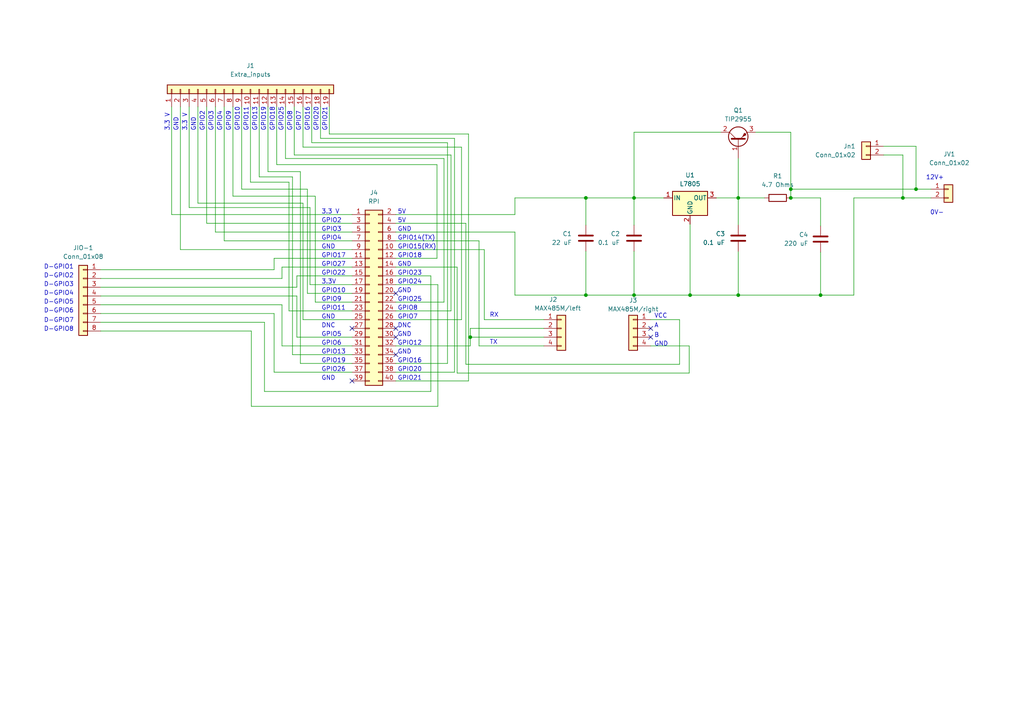
<source format=kicad_sch>
(kicad_sch (version 20211123) (generator eeschema)

  (uuid e1535adf-ff7d-4c35-a1b6-85864e4bd23c)

  (paper "A4")

  (title_block
    (title "Projeto PCB CLP com RPI")
    (date "09/09/2020")
    (rev "1")
    (company "UFSC Blumenau")
  )

  (lib_symbols
    (symbol "Connector_Generic:Conn_01x02" (pin_names (offset 1.016) hide) (in_bom yes) (on_board yes)
      (property "Reference" "J" (id 0) (at 0 2.54 0)
        (effects (font (size 1.27 1.27)))
      )
      (property "Value" "Conn_01x02" (id 1) (at 0 -5.08 0)
        (effects (font (size 1.27 1.27)))
      )
      (property "Footprint" "" (id 2) (at 0 0 0)
        (effects (font (size 1.27 1.27)) hide)
      )
      (property "Datasheet" "~" (id 3) (at 0 0 0)
        (effects (font (size 1.27 1.27)) hide)
      )
      (property "ki_keywords" "connector" (id 4) (at 0 0 0)
        (effects (font (size 1.27 1.27)) hide)
      )
      (property "ki_description" "Generic connector, single row, 01x02, script generated (kicad-library-utils/schlib/autogen/connector/)" (id 5) (at 0 0 0)
        (effects (font (size 1.27 1.27)) hide)
      )
      (property "ki_fp_filters" "Connector*:*_1x??_*" (id 6) (at 0 0 0)
        (effects (font (size 1.27 1.27)) hide)
      )
      (symbol "Conn_01x02_1_1"
        (rectangle (start -1.27 -2.413) (end 0 -2.667)
          (stroke (width 0.1524) (type default) (color 0 0 0 0))
          (fill (type none))
        )
        (rectangle (start -1.27 0.127) (end 0 -0.127)
          (stroke (width 0.1524) (type default) (color 0 0 0 0))
          (fill (type none))
        )
        (rectangle (start -1.27 1.27) (end 1.27 -3.81)
          (stroke (width 0.254) (type default) (color 0 0 0 0))
          (fill (type background))
        )
        (pin passive line (at -5.08 0 0) (length 3.81)
          (name "Pin_1" (effects (font (size 1.27 1.27))))
          (number "1" (effects (font (size 1.27 1.27))))
        )
        (pin passive line (at -5.08 -2.54 0) (length 3.81)
          (name "Pin_2" (effects (font (size 1.27 1.27))))
          (number "2" (effects (font (size 1.27 1.27))))
        )
      )
    )
    (symbol "Connector_Generic:Conn_01x04" (pin_names (offset 1.016) hide) (in_bom yes) (on_board yes)
      (property "Reference" "J" (id 0) (at 0 5.08 0)
        (effects (font (size 1.27 1.27)))
      )
      (property "Value" "Conn_01x04" (id 1) (at 0 -7.62 0)
        (effects (font (size 1.27 1.27)))
      )
      (property "Footprint" "" (id 2) (at 0 0 0)
        (effects (font (size 1.27 1.27)) hide)
      )
      (property "Datasheet" "~" (id 3) (at 0 0 0)
        (effects (font (size 1.27 1.27)) hide)
      )
      (property "ki_keywords" "connector" (id 4) (at 0 0 0)
        (effects (font (size 1.27 1.27)) hide)
      )
      (property "ki_description" "Generic connector, single row, 01x04, script generated (kicad-library-utils/schlib/autogen/connector/)" (id 5) (at 0 0 0)
        (effects (font (size 1.27 1.27)) hide)
      )
      (property "ki_fp_filters" "Connector*:*_1x??_*" (id 6) (at 0 0 0)
        (effects (font (size 1.27 1.27)) hide)
      )
      (symbol "Conn_01x04_1_1"
        (rectangle (start -1.27 -4.953) (end 0 -5.207)
          (stroke (width 0.1524) (type default) (color 0 0 0 0))
          (fill (type none))
        )
        (rectangle (start -1.27 -2.413) (end 0 -2.667)
          (stroke (width 0.1524) (type default) (color 0 0 0 0))
          (fill (type none))
        )
        (rectangle (start -1.27 0.127) (end 0 -0.127)
          (stroke (width 0.1524) (type default) (color 0 0 0 0))
          (fill (type none))
        )
        (rectangle (start -1.27 2.667) (end 0 2.413)
          (stroke (width 0.1524) (type default) (color 0 0 0 0))
          (fill (type none))
        )
        (rectangle (start -1.27 3.81) (end 1.27 -6.35)
          (stroke (width 0.254) (type default) (color 0 0 0 0))
          (fill (type background))
        )
        (pin passive line (at -5.08 2.54 0) (length 3.81)
          (name "Pin_1" (effects (font (size 1.27 1.27))))
          (number "1" (effects (font (size 1.27 1.27))))
        )
        (pin passive line (at -5.08 0 0) (length 3.81)
          (name "Pin_2" (effects (font (size 1.27 1.27))))
          (number "2" (effects (font (size 1.27 1.27))))
        )
        (pin passive line (at -5.08 -2.54 0) (length 3.81)
          (name "Pin_3" (effects (font (size 1.27 1.27))))
          (number "3" (effects (font (size 1.27 1.27))))
        )
        (pin passive line (at -5.08 -5.08 0) (length 3.81)
          (name "Pin_4" (effects (font (size 1.27 1.27))))
          (number "4" (effects (font (size 1.27 1.27))))
        )
      )
    )
    (symbol "Connector_Generic:Conn_01x08" (pin_names (offset 1.016) hide) (in_bom yes) (on_board yes)
      (property "Reference" "J" (id 0) (at 0 10.16 0)
        (effects (font (size 1.27 1.27)))
      )
      (property "Value" "Conn_01x08" (id 1) (at 0 -12.7 0)
        (effects (font (size 1.27 1.27)))
      )
      (property "Footprint" "" (id 2) (at 0 0 0)
        (effects (font (size 1.27 1.27)) hide)
      )
      (property "Datasheet" "~" (id 3) (at 0 0 0)
        (effects (font (size 1.27 1.27)) hide)
      )
      (property "ki_keywords" "connector" (id 4) (at 0 0 0)
        (effects (font (size 1.27 1.27)) hide)
      )
      (property "ki_description" "Generic connector, single row, 01x08, script generated (kicad-library-utils/schlib/autogen/connector/)" (id 5) (at 0 0 0)
        (effects (font (size 1.27 1.27)) hide)
      )
      (property "ki_fp_filters" "Connector*:*_1x??_*" (id 6) (at 0 0 0)
        (effects (font (size 1.27 1.27)) hide)
      )
      (symbol "Conn_01x08_1_1"
        (rectangle (start -1.27 -10.033) (end 0 -10.287)
          (stroke (width 0.1524) (type default) (color 0 0 0 0))
          (fill (type none))
        )
        (rectangle (start -1.27 -7.493) (end 0 -7.747)
          (stroke (width 0.1524) (type default) (color 0 0 0 0))
          (fill (type none))
        )
        (rectangle (start -1.27 -4.953) (end 0 -5.207)
          (stroke (width 0.1524) (type default) (color 0 0 0 0))
          (fill (type none))
        )
        (rectangle (start -1.27 -2.413) (end 0 -2.667)
          (stroke (width 0.1524) (type default) (color 0 0 0 0))
          (fill (type none))
        )
        (rectangle (start -1.27 0.127) (end 0 -0.127)
          (stroke (width 0.1524) (type default) (color 0 0 0 0))
          (fill (type none))
        )
        (rectangle (start -1.27 2.667) (end 0 2.413)
          (stroke (width 0.1524) (type default) (color 0 0 0 0))
          (fill (type none))
        )
        (rectangle (start -1.27 5.207) (end 0 4.953)
          (stroke (width 0.1524) (type default) (color 0 0 0 0))
          (fill (type none))
        )
        (rectangle (start -1.27 7.747) (end 0 7.493)
          (stroke (width 0.1524) (type default) (color 0 0 0 0))
          (fill (type none))
        )
        (rectangle (start -1.27 8.89) (end 1.27 -11.43)
          (stroke (width 0.254) (type default) (color 0 0 0 0))
          (fill (type background))
        )
        (pin passive line (at -5.08 7.62 0) (length 3.81)
          (name "Pin_1" (effects (font (size 1.27 1.27))))
          (number "1" (effects (font (size 1.27 1.27))))
        )
        (pin passive line (at -5.08 5.08 0) (length 3.81)
          (name "Pin_2" (effects (font (size 1.27 1.27))))
          (number "2" (effects (font (size 1.27 1.27))))
        )
        (pin passive line (at -5.08 2.54 0) (length 3.81)
          (name "Pin_3" (effects (font (size 1.27 1.27))))
          (number "3" (effects (font (size 1.27 1.27))))
        )
        (pin passive line (at -5.08 0 0) (length 3.81)
          (name "Pin_4" (effects (font (size 1.27 1.27))))
          (number "4" (effects (font (size 1.27 1.27))))
        )
        (pin passive line (at -5.08 -2.54 0) (length 3.81)
          (name "Pin_5" (effects (font (size 1.27 1.27))))
          (number "5" (effects (font (size 1.27 1.27))))
        )
        (pin passive line (at -5.08 -5.08 0) (length 3.81)
          (name "Pin_6" (effects (font (size 1.27 1.27))))
          (number "6" (effects (font (size 1.27 1.27))))
        )
        (pin passive line (at -5.08 -7.62 0) (length 3.81)
          (name "Pin_7" (effects (font (size 1.27 1.27))))
          (number "7" (effects (font (size 1.27 1.27))))
        )
        (pin passive line (at -5.08 -10.16 0) (length 3.81)
          (name "Pin_8" (effects (font (size 1.27 1.27))))
          (number "8" (effects (font (size 1.27 1.27))))
        )
      )
    )
    (symbol "Connector_Generic:Conn_01x19" (pin_names (offset 1.016) hide) (in_bom yes) (on_board yes)
      (property "Reference" "J" (id 0) (at 0 25.4 0)
        (effects (font (size 1.27 1.27)))
      )
      (property "Value" "Conn_01x19" (id 1) (at 0 -25.4 0)
        (effects (font (size 1.27 1.27)))
      )
      (property "Footprint" "" (id 2) (at 0 0 0)
        (effects (font (size 1.27 1.27)) hide)
      )
      (property "Datasheet" "~" (id 3) (at 0 0 0)
        (effects (font (size 1.27 1.27)) hide)
      )
      (property "ki_keywords" "connector" (id 4) (at 0 0 0)
        (effects (font (size 1.27 1.27)) hide)
      )
      (property "ki_description" "Generic connector, single row, 01x19, script generated (kicad-library-utils/schlib/autogen/connector/)" (id 5) (at 0 0 0)
        (effects (font (size 1.27 1.27)) hide)
      )
      (property "ki_fp_filters" "Connector*:*_1x??_*" (id 6) (at 0 0 0)
        (effects (font (size 1.27 1.27)) hide)
      )
      (symbol "Conn_01x19_1_1"
        (rectangle (start -1.27 -22.733) (end 0 -22.987)
          (stroke (width 0.1524) (type default) (color 0 0 0 0))
          (fill (type none))
        )
        (rectangle (start -1.27 -20.193) (end 0 -20.447)
          (stroke (width 0.1524) (type default) (color 0 0 0 0))
          (fill (type none))
        )
        (rectangle (start -1.27 -17.653) (end 0 -17.907)
          (stroke (width 0.1524) (type default) (color 0 0 0 0))
          (fill (type none))
        )
        (rectangle (start -1.27 -15.113) (end 0 -15.367)
          (stroke (width 0.1524) (type default) (color 0 0 0 0))
          (fill (type none))
        )
        (rectangle (start -1.27 -12.573) (end 0 -12.827)
          (stroke (width 0.1524) (type default) (color 0 0 0 0))
          (fill (type none))
        )
        (rectangle (start -1.27 -10.033) (end 0 -10.287)
          (stroke (width 0.1524) (type default) (color 0 0 0 0))
          (fill (type none))
        )
        (rectangle (start -1.27 -7.493) (end 0 -7.747)
          (stroke (width 0.1524) (type default) (color 0 0 0 0))
          (fill (type none))
        )
        (rectangle (start -1.27 -4.953) (end 0 -5.207)
          (stroke (width 0.1524) (type default) (color 0 0 0 0))
          (fill (type none))
        )
        (rectangle (start -1.27 -2.413) (end 0 -2.667)
          (stroke (width 0.1524) (type default) (color 0 0 0 0))
          (fill (type none))
        )
        (rectangle (start -1.27 0.127) (end 0 -0.127)
          (stroke (width 0.1524) (type default) (color 0 0 0 0))
          (fill (type none))
        )
        (rectangle (start -1.27 2.667) (end 0 2.413)
          (stroke (width 0.1524) (type default) (color 0 0 0 0))
          (fill (type none))
        )
        (rectangle (start -1.27 5.207) (end 0 4.953)
          (stroke (width 0.1524) (type default) (color 0 0 0 0))
          (fill (type none))
        )
        (rectangle (start -1.27 7.747) (end 0 7.493)
          (stroke (width 0.1524) (type default) (color 0 0 0 0))
          (fill (type none))
        )
        (rectangle (start -1.27 10.287) (end 0 10.033)
          (stroke (width 0.1524) (type default) (color 0 0 0 0))
          (fill (type none))
        )
        (rectangle (start -1.27 12.827) (end 0 12.573)
          (stroke (width 0.1524) (type default) (color 0 0 0 0))
          (fill (type none))
        )
        (rectangle (start -1.27 15.367) (end 0 15.113)
          (stroke (width 0.1524) (type default) (color 0 0 0 0))
          (fill (type none))
        )
        (rectangle (start -1.27 17.907) (end 0 17.653)
          (stroke (width 0.1524) (type default) (color 0 0 0 0))
          (fill (type none))
        )
        (rectangle (start -1.27 20.447) (end 0 20.193)
          (stroke (width 0.1524) (type default) (color 0 0 0 0))
          (fill (type none))
        )
        (rectangle (start -1.27 22.987) (end 0 22.733)
          (stroke (width 0.1524) (type default) (color 0 0 0 0))
          (fill (type none))
        )
        (rectangle (start -1.27 24.13) (end 1.27 -24.13)
          (stroke (width 0.254) (type default) (color 0 0 0 0))
          (fill (type background))
        )
        (pin passive line (at -5.08 22.86 0) (length 3.81)
          (name "Pin_1" (effects (font (size 1.27 1.27))))
          (number "1" (effects (font (size 1.27 1.27))))
        )
        (pin passive line (at -5.08 0 0) (length 3.81)
          (name "Pin_10" (effects (font (size 1.27 1.27))))
          (number "10" (effects (font (size 1.27 1.27))))
        )
        (pin passive line (at -5.08 -2.54 0) (length 3.81)
          (name "Pin_11" (effects (font (size 1.27 1.27))))
          (number "11" (effects (font (size 1.27 1.27))))
        )
        (pin passive line (at -5.08 -5.08 0) (length 3.81)
          (name "Pin_12" (effects (font (size 1.27 1.27))))
          (number "12" (effects (font (size 1.27 1.27))))
        )
        (pin passive line (at -5.08 -7.62 0) (length 3.81)
          (name "Pin_13" (effects (font (size 1.27 1.27))))
          (number "13" (effects (font (size 1.27 1.27))))
        )
        (pin passive line (at -5.08 -10.16 0) (length 3.81)
          (name "Pin_14" (effects (font (size 1.27 1.27))))
          (number "14" (effects (font (size 1.27 1.27))))
        )
        (pin passive line (at -5.08 -12.7 0) (length 3.81)
          (name "Pin_15" (effects (font (size 1.27 1.27))))
          (number "15" (effects (font (size 1.27 1.27))))
        )
        (pin passive line (at -5.08 -15.24 0) (length 3.81)
          (name "Pin_16" (effects (font (size 1.27 1.27))))
          (number "16" (effects (font (size 1.27 1.27))))
        )
        (pin passive line (at -5.08 -17.78 0) (length 3.81)
          (name "Pin_17" (effects (font (size 1.27 1.27))))
          (number "17" (effects (font (size 1.27 1.27))))
        )
        (pin passive line (at -5.08 -20.32 0) (length 3.81)
          (name "Pin_18" (effects (font (size 1.27 1.27))))
          (number "18" (effects (font (size 1.27 1.27))))
        )
        (pin passive line (at -5.08 -22.86 0) (length 3.81)
          (name "Pin_19" (effects (font (size 1.27 1.27))))
          (number "19" (effects (font (size 1.27 1.27))))
        )
        (pin passive line (at -5.08 20.32 0) (length 3.81)
          (name "Pin_2" (effects (font (size 1.27 1.27))))
          (number "2" (effects (font (size 1.27 1.27))))
        )
        (pin passive line (at -5.08 17.78 0) (length 3.81)
          (name "Pin_3" (effects (font (size 1.27 1.27))))
          (number "3" (effects (font (size 1.27 1.27))))
        )
        (pin passive line (at -5.08 15.24 0) (length 3.81)
          (name "Pin_4" (effects (font (size 1.27 1.27))))
          (number "4" (effects (font (size 1.27 1.27))))
        )
        (pin passive line (at -5.08 12.7 0) (length 3.81)
          (name "Pin_5" (effects (font (size 1.27 1.27))))
          (number "5" (effects (font (size 1.27 1.27))))
        )
        (pin passive line (at -5.08 10.16 0) (length 3.81)
          (name "Pin_6" (effects (font (size 1.27 1.27))))
          (number "6" (effects (font (size 1.27 1.27))))
        )
        (pin passive line (at -5.08 7.62 0) (length 3.81)
          (name "Pin_7" (effects (font (size 1.27 1.27))))
          (number "7" (effects (font (size 1.27 1.27))))
        )
        (pin passive line (at -5.08 5.08 0) (length 3.81)
          (name "Pin_8" (effects (font (size 1.27 1.27))))
          (number "8" (effects (font (size 1.27 1.27))))
        )
        (pin passive line (at -5.08 2.54 0) (length 3.81)
          (name "Pin_9" (effects (font (size 1.27 1.27))))
          (number "9" (effects (font (size 1.27 1.27))))
        )
      )
    )
    (symbol "Connector_Generic:Conn_02x20_Odd_Even" (pin_names (offset 1.016) hide) (in_bom yes) (on_board yes)
      (property "Reference" "J" (id 0) (at 1.27 25.4 0)
        (effects (font (size 1.27 1.27)))
      )
      (property "Value" "Conn_02x20_Odd_Even" (id 1) (at 1.27 -27.94 0)
        (effects (font (size 1.27 1.27)))
      )
      (property "Footprint" "" (id 2) (at 0 0 0)
        (effects (font (size 1.27 1.27)) hide)
      )
      (property "Datasheet" "~" (id 3) (at 0 0 0)
        (effects (font (size 1.27 1.27)) hide)
      )
      (property "ki_keywords" "connector" (id 4) (at 0 0 0)
        (effects (font (size 1.27 1.27)) hide)
      )
      (property "ki_description" "Generic connector, double row, 02x20, odd/even pin numbering scheme (row 1 odd numbers, row 2 even numbers), script generated (kicad-library-utils/schlib/autogen/connector/)" (id 5) (at 0 0 0)
        (effects (font (size 1.27 1.27)) hide)
      )
      (property "ki_fp_filters" "Connector*:*_2x??_*" (id 6) (at 0 0 0)
        (effects (font (size 1.27 1.27)) hide)
      )
      (symbol "Conn_02x20_Odd_Even_1_1"
        (rectangle (start -1.27 -25.273) (end 0 -25.527)
          (stroke (width 0.1524) (type default) (color 0 0 0 0))
          (fill (type none))
        )
        (rectangle (start -1.27 -22.733) (end 0 -22.987)
          (stroke (width 0.1524) (type default) (color 0 0 0 0))
          (fill (type none))
        )
        (rectangle (start -1.27 -20.193) (end 0 -20.447)
          (stroke (width 0.1524) (type default) (color 0 0 0 0))
          (fill (type none))
        )
        (rectangle (start -1.27 -17.653) (end 0 -17.907)
          (stroke (width 0.1524) (type default) (color 0 0 0 0))
          (fill (type none))
        )
        (rectangle (start -1.27 -15.113) (end 0 -15.367)
          (stroke (width 0.1524) (type default) (color 0 0 0 0))
          (fill (type none))
        )
        (rectangle (start -1.27 -12.573) (end 0 -12.827)
          (stroke (width 0.1524) (type default) (color 0 0 0 0))
          (fill (type none))
        )
        (rectangle (start -1.27 -10.033) (end 0 -10.287)
          (stroke (width 0.1524) (type default) (color 0 0 0 0))
          (fill (type none))
        )
        (rectangle (start -1.27 -7.493) (end 0 -7.747)
          (stroke (width 0.1524) (type default) (color 0 0 0 0))
          (fill (type none))
        )
        (rectangle (start -1.27 -4.953) (end 0 -5.207)
          (stroke (width 0.1524) (type default) (color 0 0 0 0))
          (fill (type none))
        )
        (rectangle (start -1.27 -2.413) (end 0 -2.667)
          (stroke (width 0.1524) (type default) (color 0 0 0 0))
          (fill (type none))
        )
        (rectangle (start -1.27 0.127) (end 0 -0.127)
          (stroke (width 0.1524) (type default) (color 0 0 0 0))
          (fill (type none))
        )
        (rectangle (start -1.27 2.667) (end 0 2.413)
          (stroke (width 0.1524) (type default) (color 0 0 0 0))
          (fill (type none))
        )
        (rectangle (start -1.27 5.207) (end 0 4.953)
          (stroke (width 0.1524) (type default) (color 0 0 0 0))
          (fill (type none))
        )
        (rectangle (start -1.27 7.747) (end 0 7.493)
          (stroke (width 0.1524) (type default) (color 0 0 0 0))
          (fill (type none))
        )
        (rectangle (start -1.27 10.287) (end 0 10.033)
          (stroke (width 0.1524) (type default) (color 0 0 0 0))
          (fill (type none))
        )
        (rectangle (start -1.27 12.827) (end 0 12.573)
          (stroke (width 0.1524) (type default) (color 0 0 0 0))
          (fill (type none))
        )
        (rectangle (start -1.27 15.367) (end 0 15.113)
          (stroke (width 0.1524) (type default) (color 0 0 0 0))
          (fill (type none))
        )
        (rectangle (start -1.27 17.907) (end 0 17.653)
          (stroke (width 0.1524) (type default) (color 0 0 0 0))
          (fill (type none))
        )
        (rectangle (start -1.27 20.447) (end 0 20.193)
          (stroke (width 0.1524) (type default) (color 0 0 0 0))
          (fill (type none))
        )
        (rectangle (start -1.27 22.987) (end 0 22.733)
          (stroke (width 0.1524) (type default) (color 0 0 0 0))
          (fill (type none))
        )
        (rectangle (start -1.27 24.13) (end 3.81 -26.67)
          (stroke (width 0.254) (type default) (color 0 0 0 0))
          (fill (type background))
        )
        (rectangle (start 3.81 -25.273) (end 2.54 -25.527)
          (stroke (width 0.1524) (type default) (color 0 0 0 0))
          (fill (type none))
        )
        (rectangle (start 3.81 -22.733) (end 2.54 -22.987)
          (stroke (width 0.1524) (type default) (color 0 0 0 0))
          (fill (type none))
        )
        (rectangle (start 3.81 -20.193) (end 2.54 -20.447)
          (stroke (width 0.1524) (type default) (color 0 0 0 0))
          (fill (type none))
        )
        (rectangle (start 3.81 -17.653) (end 2.54 -17.907)
          (stroke (width 0.1524) (type default) (color 0 0 0 0))
          (fill (type none))
        )
        (rectangle (start 3.81 -15.113) (end 2.54 -15.367)
          (stroke (width 0.1524) (type default) (color 0 0 0 0))
          (fill (type none))
        )
        (rectangle (start 3.81 -12.573) (end 2.54 -12.827)
          (stroke (width 0.1524) (type default) (color 0 0 0 0))
          (fill (type none))
        )
        (rectangle (start 3.81 -10.033) (end 2.54 -10.287)
          (stroke (width 0.1524) (type default) (color 0 0 0 0))
          (fill (type none))
        )
        (rectangle (start 3.81 -7.493) (end 2.54 -7.747)
          (stroke (width 0.1524) (type default) (color 0 0 0 0))
          (fill (type none))
        )
        (rectangle (start 3.81 -4.953) (end 2.54 -5.207)
          (stroke (width 0.1524) (type default) (color 0 0 0 0))
          (fill (type none))
        )
        (rectangle (start 3.81 -2.413) (end 2.54 -2.667)
          (stroke (width 0.1524) (type default) (color 0 0 0 0))
          (fill (type none))
        )
        (rectangle (start 3.81 0.127) (end 2.54 -0.127)
          (stroke (width 0.1524) (type default) (color 0 0 0 0))
          (fill (type none))
        )
        (rectangle (start 3.81 2.667) (end 2.54 2.413)
          (stroke (width 0.1524) (type default) (color 0 0 0 0))
          (fill (type none))
        )
        (rectangle (start 3.81 5.207) (end 2.54 4.953)
          (stroke (width 0.1524) (type default) (color 0 0 0 0))
          (fill (type none))
        )
        (rectangle (start 3.81 7.747) (end 2.54 7.493)
          (stroke (width 0.1524) (type default) (color 0 0 0 0))
          (fill (type none))
        )
        (rectangle (start 3.81 10.287) (end 2.54 10.033)
          (stroke (width 0.1524) (type default) (color 0 0 0 0))
          (fill (type none))
        )
        (rectangle (start 3.81 12.827) (end 2.54 12.573)
          (stroke (width 0.1524) (type default) (color 0 0 0 0))
          (fill (type none))
        )
        (rectangle (start 3.81 15.367) (end 2.54 15.113)
          (stroke (width 0.1524) (type default) (color 0 0 0 0))
          (fill (type none))
        )
        (rectangle (start 3.81 17.907) (end 2.54 17.653)
          (stroke (width 0.1524) (type default) (color 0 0 0 0))
          (fill (type none))
        )
        (rectangle (start 3.81 20.447) (end 2.54 20.193)
          (stroke (width 0.1524) (type default) (color 0 0 0 0))
          (fill (type none))
        )
        (rectangle (start 3.81 22.987) (end 2.54 22.733)
          (stroke (width 0.1524) (type default) (color 0 0 0 0))
          (fill (type none))
        )
        (pin passive line (at -5.08 22.86 0) (length 3.81)
          (name "Pin_1" (effects (font (size 1.27 1.27))))
          (number "1" (effects (font (size 1.27 1.27))))
        )
        (pin passive line (at 7.62 12.7 180) (length 3.81)
          (name "Pin_10" (effects (font (size 1.27 1.27))))
          (number "10" (effects (font (size 1.27 1.27))))
        )
        (pin passive line (at -5.08 10.16 0) (length 3.81)
          (name "Pin_11" (effects (font (size 1.27 1.27))))
          (number "11" (effects (font (size 1.27 1.27))))
        )
        (pin passive line (at 7.62 10.16 180) (length 3.81)
          (name "Pin_12" (effects (font (size 1.27 1.27))))
          (number "12" (effects (font (size 1.27 1.27))))
        )
        (pin passive line (at -5.08 7.62 0) (length 3.81)
          (name "Pin_13" (effects (font (size 1.27 1.27))))
          (number "13" (effects (font (size 1.27 1.27))))
        )
        (pin passive line (at 7.62 7.62 180) (length 3.81)
          (name "Pin_14" (effects (font (size 1.27 1.27))))
          (number "14" (effects (font (size 1.27 1.27))))
        )
        (pin passive line (at -5.08 5.08 0) (length 3.81)
          (name "Pin_15" (effects (font (size 1.27 1.27))))
          (number "15" (effects (font (size 1.27 1.27))))
        )
        (pin passive line (at 7.62 5.08 180) (length 3.81)
          (name "Pin_16" (effects (font (size 1.27 1.27))))
          (number "16" (effects (font (size 1.27 1.27))))
        )
        (pin passive line (at -5.08 2.54 0) (length 3.81)
          (name "Pin_17" (effects (font (size 1.27 1.27))))
          (number "17" (effects (font (size 1.27 1.27))))
        )
        (pin passive line (at 7.62 2.54 180) (length 3.81)
          (name "Pin_18" (effects (font (size 1.27 1.27))))
          (number "18" (effects (font (size 1.27 1.27))))
        )
        (pin passive line (at -5.08 0 0) (length 3.81)
          (name "Pin_19" (effects (font (size 1.27 1.27))))
          (number "19" (effects (font (size 1.27 1.27))))
        )
        (pin passive line (at 7.62 22.86 180) (length 3.81)
          (name "Pin_2" (effects (font (size 1.27 1.27))))
          (number "2" (effects (font (size 1.27 1.27))))
        )
        (pin passive line (at 7.62 0 180) (length 3.81)
          (name "Pin_20" (effects (font (size 1.27 1.27))))
          (number "20" (effects (font (size 1.27 1.27))))
        )
        (pin passive line (at -5.08 -2.54 0) (length 3.81)
          (name "Pin_21" (effects (font (size 1.27 1.27))))
          (number "21" (effects (font (size 1.27 1.27))))
        )
        (pin passive line (at 7.62 -2.54 180) (length 3.81)
          (name "Pin_22" (effects (font (size 1.27 1.27))))
          (number "22" (effects (font (size 1.27 1.27))))
        )
        (pin passive line (at -5.08 -5.08 0) (length 3.81)
          (name "Pin_23" (effects (font (size 1.27 1.27))))
          (number "23" (effects (font (size 1.27 1.27))))
        )
        (pin passive line (at 7.62 -5.08 180) (length 3.81)
          (name "Pin_24" (effects (font (size 1.27 1.27))))
          (number "24" (effects (font (size 1.27 1.27))))
        )
        (pin passive line (at -5.08 -7.62 0) (length 3.81)
          (name "Pin_25" (effects (font (size 1.27 1.27))))
          (number "25" (effects (font (size 1.27 1.27))))
        )
        (pin passive line (at 7.62 -7.62 180) (length 3.81)
          (name "Pin_26" (effects (font (size 1.27 1.27))))
          (number "26" (effects (font (size 1.27 1.27))))
        )
        (pin passive line (at -5.08 -10.16 0) (length 3.81)
          (name "Pin_27" (effects (font (size 1.27 1.27))))
          (number "27" (effects (font (size 1.27 1.27))))
        )
        (pin passive line (at 7.62 -10.16 180) (length 3.81)
          (name "Pin_28" (effects (font (size 1.27 1.27))))
          (number "28" (effects (font (size 1.27 1.27))))
        )
        (pin passive line (at -5.08 -12.7 0) (length 3.81)
          (name "Pin_29" (effects (font (size 1.27 1.27))))
          (number "29" (effects (font (size 1.27 1.27))))
        )
        (pin passive line (at -5.08 20.32 0) (length 3.81)
          (name "Pin_3" (effects (font (size 1.27 1.27))))
          (number "3" (effects (font (size 1.27 1.27))))
        )
        (pin passive line (at 7.62 -12.7 180) (length 3.81)
          (name "Pin_30" (effects (font (size 1.27 1.27))))
          (number "30" (effects (font (size 1.27 1.27))))
        )
        (pin passive line (at -5.08 -15.24 0) (length 3.81)
          (name "Pin_31" (effects (font (size 1.27 1.27))))
          (number "31" (effects (font (size 1.27 1.27))))
        )
        (pin passive line (at 7.62 -15.24 180) (length 3.81)
          (name "Pin_32" (effects (font (size 1.27 1.27))))
          (number "32" (effects (font (size 1.27 1.27))))
        )
        (pin passive line (at -5.08 -17.78 0) (length 3.81)
          (name "Pin_33" (effects (font (size 1.27 1.27))))
          (number "33" (effects (font (size 1.27 1.27))))
        )
        (pin passive line (at 7.62 -17.78 180) (length 3.81)
          (name "Pin_34" (effects (font (size 1.27 1.27))))
          (number "34" (effects (font (size 1.27 1.27))))
        )
        (pin passive line (at -5.08 -20.32 0) (length 3.81)
          (name "Pin_35" (effects (font (size 1.27 1.27))))
          (number "35" (effects (font (size 1.27 1.27))))
        )
        (pin passive line (at 7.62 -20.32 180) (length 3.81)
          (name "Pin_36" (effects (font (size 1.27 1.27))))
          (number "36" (effects (font (size 1.27 1.27))))
        )
        (pin passive line (at -5.08 -22.86 0) (length 3.81)
          (name "Pin_37" (effects (font (size 1.27 1.27))))
          (number "37" (effects (font (size 1.27 1.27))))
        )
        (pin passive line (at 7.62 -22.86 180) (length 3.81)
          (name "Pin_38" (effects (font (size 1.27 1.27))))
          (number "38" (effects (font (size 1.27 1.27))))
        )
        (pin passive line (at -5.08 -25.4 0) (length 3.81)
          (name "Pin_39" (effects (font (size 1.27 1.27))))
          (number "39" (effects (font (size 1.27 1.27))))
        )
        (pin passive line (at 7.62 20.32 180) (length 3.81)
          (name "Pin_4" (effects (font (size 1.27 1.27))))
          (number "4" (effects (font (size 1.27 1.27))))
        )
        (pin passive line (at 7.62 -25.4 180) (length 3.81)
          (name "Pin_40" (effects (font (size 1.27 1.27))))
          (number "40" (effects (font (size 1.27 1.27))))
        )
        (pin passive line (at -5.08 17.78 0) (length 3.81)
          (name "Pin_5" (effects (font (size 1.27 1.27))))
          (number "5" (effects (font (size 1.27 1.27))))
        )
        (pin passive line (at 7.62 17.78 180) (length 3.81)
          (name "Pin_6" (effects (font (size 1.27 1.27))))
          (number "6" (effects (font (size 1.27 1.27))))
        )
        (pin passive line (at -5.08 15.24 0) (length 3.81)
          (name "Pin_7" (effects (font (size 1.27 1.27))))
          (number "7" (effects (font (size 1.27 1.27))))
        )
        (pin passive line (at 7.62 15.24 180) (length 3.81)
          (name "Pin_8" (effects (font (size 1.27 1.27))))
          (number "8" (effects (font (size 1.27 1.27))))
        )
        (pin passive line (at -5.08 12.7 0) (length 3.81)
          (name "Pin_9" (effects (font (size 1.27 1.27))))
          (number "9" (effects (font (size 1.27 1.27))))
        )
      )
    )
    (symbol "Device:C" (pin_numbers hide) (pin_names (offset 0.254)) (in_bom yes) (on_board yes)
      (property "Reference" "C" (id 0) (at 0.635 2.54 0)
        (effects (font (size 1.27 1.27)) (justify left))
      )
      (property "Value" "C" (id 1) (at 0.635 -2.54 0)
        (effects (font (size 1.27 1.27)) (justify left))
      )
      (property "Footprint" "" (id 2) (at 0.9652 -3.81 0)
        (effects (font (size 1.27 1.27)) hide)
      )
      (property "Datasheet" "~" (id 3) (at 0 0 0)
        (effects (font (size 1.27 1.27)) hide)
      )
      (property "ki_keywords" "cap capacitor" (id 4) (at 0 0 0)
        (effects (font (size 1.27 1.27)) hide)
      )
      (property "ki_description" "Unpolarized capacitor" (id 5) (at 0 0 0)
        (effects (font (size 1.27 1.27)) hide)
      )
      (property "ki_fp_filters" "C_*" (id 6) (at 0 0 0)
        (effects (font (size 1.27 1.27)) hide)
      )
      (symbol "C_0_1"
        (polyline
          (pts
            (xy -2.032 -0.762)
            (xy 2.032 -0.762)
          )
          (stroke (width 0.508) (type default) (color 0 0 0 0))
          (fill (type none))
        )
        (polyline
          (pts
            (xy -2.032 0.762)
            (xy 2.032 0.762)
          )
          (stroke (width 0.508) (type default) (color 0 0 0 0))
          (fill (type none))
        )
      )
      (symbol "C_1_1"
        (pin passive line (at 0 3.81 270) (length 2.794)
          (name "~" (effects (font (size 1.27 1.27))))
          (number "1" (effects (font (size 1.27 1.27))))
        )
        (pin passive line (at 0 -3.81 90) (length 2.794)
          (name "~" (effects (font (size 1.27 1.27))))
          (number "2" (effects (font (size 1.27 1.27))))
        )
      )
    )
    (symbol "Device:R" (pin_numbers hide) (pin_names (offset 0)) (in_bom yes) (on_board yes)
      (property "Reference" "R" (id 0) (at 2.032 0 90)
        (effects (font (size 1.27 1.27)))
      )
      (property "Value" "R" (id 1) (at 0 0 90)
        (effects (font (size 1.27 1.27)))
      )
      (property "Footprint" "" (id 2) (at -1.778 0 90)
        (effects (font (size 1.27 1.27)) hide)
      )
      (property "Datasheet" "~" (id 3) (at 0 0 0)
        (effects (font (size 1.27 1.27)) hide)
      )
      (property "ki_keywords" "R res resistor" (id 4) (at 0 0 0)
        (effects (font (size 1.27 1.27)) hide)
      )
      (property "ki_description" "Resistor" (id 5) (at 0 0 0)
        (effects (font (size 1.27 1.27)) hide)
      )
      (property "ki_fp_filters" "R_*" (id 6) (at 0 0 0)
        (effects (font (size 1.27 1.27)) hide)
      )
      (symbol "R_0_1"
        (rectangle (start -1.016 -2.54) (end 1.016 2.54)
          (stroke (width 0.254) (type default) (color 0 0 0 0))
          (fill (type none))
        )
      )
      (symbol "R_1_1"
        (pin passive line (at 0 3.81 270) (length 1.27)
          (name "~" (effects (font (size 1.27 1.27))))
          (number "1" (effects (font (size 1.27 1.27))))
        )
        (pin passive line (at 0 -3.81 90) (length 1.27)
          (name "~" (effects (font (size 1.27 1.27))))
          (number "2" (effects (font (size 1.27 1.27))))
        )
      )
    )
    (symbol "Regulator_Linear:L7805" (pin_names (offset 0.254)) (in_bom yes) (on_board yes)
      (property "Reference" "U" (id 0) (at -3.81 3.175 0)
        (effects (font (size 1.27 1.27)))
      )
      (property "Value" "L7805" (id 1) (at 0 3.175 0)
        (effects (font (size 1.27 1.27)) (justify left))
      )
      (property "Footprint" "" (id 2) (at 0.635 -3.81 0)
        (effects (font (size 1.27 1.27) italic) (justify left) hide)
      )
      (property "Datasheet" "http://www.st.com/content/ccc/resource/technical/document/datasheet/41/4f/b3/b0/12/d4/47/88/CD00000444.pdf/files/CD00000444.pdf/jcr:content/translations/en.CD00000444.pdf" (id 3) (at 0 -1.27 0)
        (effects (font (size 1.27 1.27)) hide)
      )
      (property "ki_keywords" "Voltage Regulator 1.5A Positive" (id 4) (at 0 0 0)
        (effects (font (size 1.27 1.27)) hide)
      )
      (property "ki_description" "Positive 1.5A 35V Linear Regulator, Fixed Output 5V, TO-220/TO-263/TO-252" (id 5) (at 0 0 0)
        (effects (font (size 1.27 1.27)) hide)
      )
      (property "ki_fp_filters" "TO?252* TO?263* TO?220*" (id 6) (at 0 0 0)
        (effects (font (size 1.27 1.27)) hide)
      )
      (symbol "L7805_0_1"
        (rectangle (start -5.08 1.905) (end 5.08 -5.08)
          (stroke (width 0.254) (type default) (color 0 0 0 0))
          (fill (type background))
        )
      )
      (symbol "L7805_1_1"
        (pin power_in line (at -7.62 0 0) (length 2.54)
          (name "IN" (effects (font (size 1.27 1.27))))
          (number "1" (effects (font (size 1.27 1.27))))
        )
        (pin power_in line (at 0 -7.62 90) (length 2.54)
          (name "GND" (effects (font (size 1.27 1.27))))
          (number "2" (effects (font (size 1.27 1.27))))
        )
        (pin power_out line (at 7.62 0 180) (length 2.54)
          (name "OUT" (effects (font (size 1.27 1.27))))
          (number "3" (effects (font (size 1.27 1.27))))
        )
      )
    )
    (symbol "Transistor_BJT:TIP2955" (pin_names (offset 0) hide) (in_bom yes) (on_board yes)
      (property "Reference" "Q" (id 0) (at 5.08 1.905 0)
        (effects (font (size 1.27 1.27)) (justify left))
      )
      (property "Value" "TIP2955" (id 1) (at 5.08 0 0)
        (effects (font (size 1.27 1.27)) (justify left))
      )
      (property "Footprint" "Package_TO_SOT_THT:TO-218-3_Vertical" (id 2) (at 5.08 -1.905 0)
        (effects (font (size 1.27 1.27) italic) (justify left) hide)
      )
      (property "Datasheet" "http://www.onsemi.com/pub_link/Collateral/TIP3055-D.PDF" (id 3) (at 0 0 0)
        (effects (font (size 1.27 1.27)) (justify left) hide)
      )
      (property "ki_keywords" "power PNP Transistor" (id 4) (at 0 0 0)
        (effects (font (size 1.27 1.27)) hide)
      )
      (property "ki_description" "-15A Ic, -60V Vce, Power PNP Transistor, TO-218" (id 5) (at 0 0 0)
        (effects (font (size 1.27 1.27)) hide)
      )
      (property "ki_fp_filters" "TO?218*" (id 6) (at 0 0 0)
        (effects (font (size 1.27 1.27)) hide)
      )
      (symbol "TIP2955_0_1"
        (polyline
          (pts
            (xy 0.635 0.635)
            (xy 2.54 2.54)
          )
          (stroke (width 0) (type default) (color 0 0 0 0))
          (fill (type none))
        )
        (polyline
          (pts
            (xy 0.635 -0.635)
            (xy 2.54 -2.54)
            (xy 2.54 -2.54)
          )
          (stroke (width 0) (type default) (color 0 0 0 0))
          (fill (type none))
        )
        (polyline
          (pts
            (xy 0.635 1.905)
            (xy 0.635 -1.905)
            (xy 0.635 -1.905)
          )
          (stroke (width 0.508) (type default) (color 0 0 0 0))
          (fill (type none))
        )
        (polyline
          (pts
            (xy 2.286 -1.778)
            (xy 1.778 -2.286)
            (xy 1.27 -1.27)
            (xy 2.286 -1.778)
            (xy 2.286 -1.778)
          )
          (stroke (width 0) (type default) (color 0 0 0 0))
          (fill (type outline))
        )
        (circle (center 1.27 0) (radius 2.8194)
          (stroke (width 0.254) (type default) (color 0 0 0 0))
          (fill (type none))
        )
      )
      (symbol "TIP2955_1_1"
        (pin input line (at -5.08 0 0) (length 5.715)
          (name "B" (effects (font (size 1.27 1.27))))
          (number "1" (effects (font (size 1.27 1.27))))
        )
        (pin passive line (at 2.54 5.08 270) (length 2.54)
          (name "C" (effects (font (size 1.27 1.27))))
          (number "2" (effects (font (size 1.27 1.27))))
        )
        (pin passive line (at 2.54 -5.08 90) (length 2.54)
          (name "E" (effects (font (size 1.27 1.27))))
          (number "3" (effects (font (size 1.27 1.27))))
        )
      )
    )
  )

  (junction (at 214.122 85.598) (diameter 0) (color 0 0 0 0)
    (uuid 0a12308d-0e1d-4b25-9125-a192fad47a6d)
  )
  (junction (at 229.362 54.864) (diameter 0) (color 0 0 0 0)
    (uuid 1db9ee13-a47a-4338-a50d-a71ae407ef76)
  )
  (junction (at 229.362 57.404) (diameter 0) (color 0 0 0 0)
    (uuid 288975e8-cfe7-4033-9df5-92c90dabadf6)
  )
  (junction (at 265.684 54.864) (diameter 0) (color 0 0 0 0)
    (uuid 31ab86a1-6ce7-4d54-85c0-1c3a70ca484e)
  )
  (junction (at 183.896 85.598) (diameter 0) (color 0 0 0 0)
    (uuid 6e0f099b-3d2d-48f3-9212-1b973b65d130)
  )
  (junction (at 136.398 97.79) (diameter 0) (color 0 0 0 0)
    (uuid 7abd10e3-a131-4aef-bb1f-891eefc02ad4)
  )
  (junction (at 214.122 57.404) (diameter 0) (color 0 0 0 0)
    (uuid 881303ae-2f0b-446a-a808-e4e81ceaf08d)
  )
  (junction (at 169.926 57.404) (diameter 0) (color 0 0 0 0)
    (uuid 8e831000-7845-412e-a0a0-242582c42e72)
  )
  (junction (at 200.152 85.598) (diameter 0) (color 0 0 0 0)
    (uuid 9e9c3c7b-3e56-412d-a215-69876a379840)
  )
  (junction (at 261.874 57.404) (diameter 0) (color 0 0 0 0)
    (uuid abaa0525-b1f5-48f8-b2d8-87c5b1f3d8b4)
  )
  (junction (at 183.896 57.404) (diameter 0) (color 0 0 0 0)
    (uuid b751d67f-9a96-4333-b8d4-0c8b1bc97d66)
  )
  (junction (at 169.926 85.598) (diameter 0) (color 0 0 0 0)
    (uuid ea48d38b-94f0-4c31-b136-1a84af226dbe)
  )
  (junction (at 237.998 85.598) (diameter 0) (color 0 0 0 0)
    (uuid ffeb9c89-8fd2-4ce8-9c16-a6bb69f784c7)
  )

  (no_connect (at 102.108 95.25) (uuid 17a755bb-70a6-4e62-9b08-8898a54a5460))
  (no_connect (at 114.808 95.25) (uuid 20d3b23f-9df9-455c-9763-fbfff577f8c0))
  (no_connect (at 114.808 102.87) (uuid 3c398bbf-756e-4780-a19c-a945d2ece1aa))
  (no_connect (at 188.722 95.25) (uuid 53ed7260-b736-44a6-a970-b176fe477300))
  (no_connect (at 114.808 85.09) (uuid 76cdb914-d712-44ca-9e76-0848a94ad2c3))
  (no_connect (at 188.722 97.79) (uuid 91a13ba6-9540-4f20-aaf6-9abc7a558e48))
  (no_connect (at 102.108 110.49) (uuid cd84e8dc-e707-4ad4-950f-35f52eaf8b52))
  (no_connect (at 114.808 97.79) (uuid e91ffeed-d3ae-4acd-823b-d23271d74f72))

  (wire (pts (xy 138.938 69.85) (xy 114.808 69.85))
    (stroke (width 0) (type default) (color 0 0 0 0))
    (uuid 01797415-938b-4b99-a33a-fb7dbcd8b368)
  )
  (wire (pts (xy 102.108 62.23) (xy 49.784 62.23))
    (stroke (width 0) (type default) (color 0 0 0 0))
    (uuid 029ab887-352a-44e6-b062-9de476b43d03)
  )
  (wire (pts (xy 237.998 57.404) (xy 237.998 65.532))
    (stroke (width 0) (type default) (color 0 0 0 0))
    (uuid 043c6f72-5e0d-4d6d-84b7-87b9cbbf0b83)
  )
  (wire (pts (xy 87.884 58.928) (xy 57.404 58.928))
    (stroke (width 0) (type default) (color 0 0 0 0))
    (uuid 05cdfa96-942d-4e3d-8e63-0d854e630ddc)
  )
  (wire (pts (xy 114.808 74.93) (xy 126.746 74.93))
    (stroke (width 0) (type default) (color 0 0 0 0))
    (uuid 064dcf06-018f-46f1-98c1-0c26c5db4b62)
  )
  (wire (pts (xy 87.122 105.41) (xy 87.122 49.784))
    (stroke (width 0) (type default) (color 0 0 0 0))
    (uuid 0856674a-fb3d-4dc3-9011-8ce060e9499f)
  )
  (wire (pts (xy 124.968 80.01) (xy 114.808 80.01))
    (stroke (width 0) (type default) (color 0 0 0 0))
    (uuid 0b1f3c04-5622-4c1e-b1c4-8558db528aee)
  )
  (wire (pts (xy 62.484 67.31) (xy 62.484 30.988))
    (stroke (width 0) (type default) (color 0 0 0 0))
    (uuid 0b63a864-7254-4f1c-9ceb-03b1cb56ec5e)
  )
  (wire (pts (xy 237.998 73.152) (xy 237.998 85.598))
    (stroke (width 0) (type default) (color 0 0 0 0))
    (uuid 0f7eab88-52a8-40e5-8060-1610014327cb)
  )
  (wire (pts (xy 102.108 102.87) (xy 84.836 102.87))
    (stroke (width 0) (type default) (color 0 0 0 0))
    (uuid 0fb96f3d-6fd3-409d-ae54-2f9f36946428)
  )
  (wire (pts (xy 89.916 60.198) (xy 54.864 60.198))
    (stroke (width 0) (type default) (color 0 0 0 0))
    (uuid 12d7dd3a-3ab6-4c56-9265-936e0d3c2984)
  )
  (wire (pts (xy 149.352 85.598) (xy 169.926 85.598))
    (stroke (width 0) (type default) (color 0 0 0 0))
    (uuid 1398dc4d-e870-4396-be31-125e4068ffd7)
  )
  (wire (pts (xy 91.44 56.896) (xy 67.564 56.896))
    (stroke (width 0) (type default) (color 0 0 0 0))
    (uuid 17967929-a483-4280-969f-5e4638cedf91)
  )
  (wire (pts (xy 199.898 100.33) (xy 199.898 108.204))
    (stroke (width 0) (type default) (color 0 0 0 0))
    (uuid 18b0905d-1250-49f6-8dca-9e5db30453e3)
  )
  (wire (pts (xy 270.002 57.404) (xy 261.874 57.404))
    (stroke (width 0) (type default) (color 0 0 0 0))
    (uuid 1aa7cb40-fc25-4760-82ec-666d2f267eba)
  )
  (wire (pts (xy 114.808 90.17) (xy 130.81 90.17))
    (stroke (width 0) (type default) (color 0 0 0 0))
    (uuid 1abba8c7-8992-45f6-8d44-9a42ab16600d)
  )
  (wire (pts (xy 214.122 57.404) (xy 207.772 57.404))
    (stroke (width 0) (type default) (color 0 0 0 0))
    (uuid 1b616e89-4ba4-4436-a365-44a9595fc997)
  )
  (wire (pts (xy 86.106 97.79) (xy 102.108 97.79))
    (stroke (width 0) (type default) (color 0 0 0 0))
    (uuid 1ea54a89-f7d1-4a24-81bf-10a659bf4483)
  )
  (wire (pts (xy 149.352 62.23) (xy 149.352 57.404))
    (stroke (width 0) (type default) (color 0 0 0 0))
    (uuid 1f210196-84a9-46da-8538-351e8164a769)
  )
  (wire (pts (xy 133.858 42.672) (xy 87.884 42.672))
    (stroke (width 0) (type default) (color 0 0 0 0))
    (uuid 1fbb3eb2-6924-47c3-8484-bc65f523d4a1)
  )
  (wire (pts (xy 79.502 107.95) (xy 79.502 90.932))
    (stroke (width 0) (type default) (color 0 0 0 0))
    (uuid 204a56ec-8184-4291-9081-bba70e72968c)
  )
  (wire (pts (xy 247.65 85.598) (xy 237.998 85.598))
    (stroke (width 0) (type default) (color 0 0 0 0))
    (uuid 244ee92e-d6da-4f6a-ac25-992de3bf240d)
  )
  (wire (pts (xy 124.968 113.538) (xy 124.968 80.01))
    (stroke (width 0) (type default) (color 0 0 0 0))
    (uuid 24696705-e216-43ef-998f-f85b8ede2891)
  )
  (wire (pts (xy 157.734 100.33) (xy 138.938 100.33))
    (stroke (width 0) (type default) (color 0 0 0 0))
    (uuid 2533c9dc-a024-44cd-ba71-d0a6b23543e5)
  )
  (wire (pts (xy 72.898 117.856) (xy 127 117.856))
    (stroke (width 0) (type default) (color 0 0 0 0))
    (uuid 2584d05c-1374-4947-9bc3-4fb11d14c176)
  )
  (wire (pts (xy 76.708 113.538) (xy 124.968 113.538))
    (stroke (width 0) (type default) (color 0 0 0 0))
    (uuid 29e8d188-8e3a-4876-a07a-3544b9bba6f8)
  )
  (wire (pts (xy 135.128 105.664) (xy 135.128 64.77))
    (stroke (width 0) (type default) (color 0 0 0 0))
    (uuid 2edeb298-be2f-404c-9a45-76f920939951)
  )
  (wire (pts (xy 65.024 69.85) (xy 65.024 30.988))
    (stroke (width 0) (type default) (color 0 0 0 0))
    (uuid 302416f1-3749-40ba-971a-bc159016d769)
  )
  (wire (pts (xy 29.21 85.852) (xy 86.106 85.852))
    (stroke (width 0) (type default) (color 0 0 0 0))
    (uuid 3181fe65-8b88-4e1b-89b6-f62a4e1b7cc9)
  )
  (wire (pts (xy 188.722 100.33) (xy 199.898 100.33))
    (stroke (width 0) (type default) (color 0 0 0 0))
    (uuid 33aa3614-47c3-4f6f-ac34-6c1ea94905ca)
  )
  (wire (pts (xy 89.154 85.09) (xy 89.154 54.864))
    (stroke (width 0) (type default) (color 0 0 0 0))
    (uuid 362f345e-1899-4b11-8262-ce6fd8e5c176)
  )
  (wire (pts (xy 127 117.856) (xy 127 82.55))
    (stroke (width 0) (type default) (color 0 0 0 0))
    (uuid 368283af-87a6-4be6-b2c8-349eac6005f5)
  )
  (wire (pts (xy 49.784 62.23) (xy 49.784 30.988))
    (stroke (width 0) (type default) (color 0 0 0 0))
    (uuid 37696254-7529-40b9-8abd-c2a466d85e7e)
  )
  (wire (pts (xy 102.108 69.85) (xy 65.024 69.85))
    (stroke (width 0) (type default) (color 0 0 0 0))
    (uuid 39461c14-0121-4421-9ab8-fefaff458173)
  )
  (wire (pts (xy 129.794 105.41) (xy 129.794 41.402))
    (stroke (width 0) (type default) (color 0 0 0 0))
    (uuid 3a5ce92f-7d2e-4947-b788-8a928246b8a1)
  )
  (wire (pts (xy 87.884 42.672) (xy 87.884 30.988))
    (stroke (width 0) (type default) (color 0 0 0 0))
    (uuid 42e56b83-44f7-4522-8ce5-7f241b7cc2ad)
  )
  (wire (pts (xy 79.502 78.232) (xy 79.502 74.93))
    (stroke (width 0) (type default) (color 0 0 0 0))
    (uuid 4303a84e-70ea-4db4-9d38-dbe901ddad4f)
  )
  (wire (pts (xy 169.926 57.404) (xy 149.352 57.404))
    (stroke (width 0) (type default) (color 0 0 0 0))
    (uuid 466d449a-9cc9-4a4c-a995-47f4bbbfd037)
  )
  (wire (pts (xy 81.788 77.47) (xy 102.108 77.47))
    (stroke (width 0) (type default) (color 0 0 0 0))
    (uuid 46c90cd9-2253-49df-a7c4-f7cc9a4ae1f0)
  )
  (wire (pts (xy 102.108 105.41) (xy 87.122 105.41))
    (stroke (width 0) (type default) (color 0 0 0 0))
    (uuid 49334433-8c59-4328-8b66-270be019c64e)
  )
  (wire (pts (xy 114.808 105.41) (xy 129.794 105.41))
    (stroke (width 0) (type default) (color 0 0 0 0))
    (uuid 4b3a6aed-cc20-4fcc-9fbf-2efdb32321be)
  )
  (wire (pts (xy 169.926 85.598) (xy 183.896 85.598))
    (stroke (width 0) (type default) (color 0 0 0 0))
    (uuid 4d891928-b266-4f4a-9a56-a94d1c6843b2)
  )
  (wire (pts (xy 136.398 95.25) (xy 136.398 97.79))
    (stroke (width 0) (type default) (color 0 0 0 0))
    (uuid 4ff7d517-8ce3-4ca4-84a3-77622c0f5e99)
  )
  (wire (pts (xy 81.788 100.33) (xy 102.108 100.33))
    (stroke (width 0) (type default) (color 0 0 0 0))
    (uuid 53cb987d-d455-4d21-ac87-7e2d85180e6d)
  )
  (wire (pts (xy 114.808 87.63) (xy 128.778 87.63))
    (stroke (width 0) (type default) (color 0 0 0 0))
    (uuid 54fb1594-35e4-4609-bed7-9627426326a6)
  )
  (wire (pts (xy 86.106 83.312) (xy 86.106 80.01))
    (stroke (width 0) (type default) (color 0 0 0 0))
    (uuid 572eb1f2-0cd5-4764-8f0a-42731c55c8c8)
  )
  (wire (pts (xy 256.286 44.958) (xy 261.874 44.958))
    (stroke (width 0) (type default) (color 0 0 0 0))
    (uuid 574919b0-ae5c-49b4-b024-2b2a49823cfd)
  )
  (wire (pts (xy 86.106 85.852) (xy 86.106 97.79))
    (stroke (width 0) (type default) (color 0 0 0 0))
    (uuid 58cff31f-fcb8-41e1-b1e7-e4c69f8b232f)
  )
  (wire (pts (xy 140.462 92.71) (xy 140.462 72.39))
    (stroke (width 0) (type default) (color 0 0 0 0))
    (uuid 58e0c245-c3b5-4339-9031-7488052c5112)
  )
  (wire (pts (xy 183.896 72.898) (xy 183.896 85.598))
    (stroke (width 0) (type default) (color 0 0 0 0))
    (uuid 591706c7-e25e-4a2b-99d1-eaba2b3a3c62)
  )
  (wire (pts (xy 183.896 65.278) (xy 183.896 57.404))
    (stroke (width 0) (type default) (color 0 0 0 0))
    (uuid 5b648cc6-5423-4ae2-b3b0-6378adabd5a5)
  )
  (wire (pts (xy 114.808 100.33) (xy 136.398 100.33))
    (stroke (width 0) (type default) (color 0 0 0 0))
    (uuid 5d693cf9-8662-4b8b-a4ba-f95d9e0157f4)
  )
  (wire (pts (xy 130.81 44.958) (xy 85.344 44.958))
    (stroke (width 0) (type default) (color 0 0 0 0))
    (uuid 5dac384c-e3d7-49fb-a6b6-24b5f4fc8019)
  )
  (wire (pts (xy 197.104 92.71) (xy 197.104 105.664))
    (stroke (width 0) (type default) (color 0 0 0 0))
    (uuid 5ec24cf0-76cc-4d4a-8296-619b9fc231dc)
  )
  (wire (pts (xy 157.734 95.25) (xy 136.398 95.25))
    (stroke (width 0) (type default) (color 0 0 0 0))
    (uuid 611bb6a2-1504-407f-b472-dde05775e283)
  )
  (wire (pts (xy 135.128 64.77) (xy 114.808 64.77))
    (stroke (width 0) (type default) (color 0 0 0 0))
    (uuid 66d6ac3b-199d-4303-8315-1e2e569e2892)
  )
  (wire (pts (xy 133.858 92.71) (xy 133.858 42.672))
    (stroke (width 0) (type default) (color 0 0 0 0))
    (uuid 68e69e0c-6ee0-46ed-95fc-229c12a3bd5a)
  )
  (wire (pts (xy 29.21 96.012) (xy 72.898 96.012))
    (stroke (width 0) (type default) (color 0 0 0 0))
    (uuid 6a1bb3f1-0daf-4dda-a304-824fc03cab33)
  )
  (wire (pts (xy 81.788 80.772) (xy 81.788 77.47))
    (stroke (width 0) (type default) (color 0 0 0 0))
    (uuid 6ac546ea-a329-4495-a1ec-c317c3fe3b69)
  )
  (wire (pts (xy 95.504 38.862) (xy 95.504 30.988))
    (stroke (width 0) (type default) (color 0 0 0 0))
    (uuid 6e166dcb-5ca1-4a69-813a-15aefaa85231)
  )
  (wire (pts (xy 102.108 92.71) (xy 87.884 92.71))
    (stroke (width 0) (type default) (color 0 0 0 0))
    (uuid 6f3217f0-6e6b-48a6-9321-e77cd96d8f05)
  )
  (wire (pts (xy 188.722 92.71) (xy 197.104 92.71))
    (stroke (width 0) (type default) (color 0 0 0 0))
    (uuid 72d5647b-cb0d-45aa-8a25-ef7b2b064991)
  )
  (wire (pts (xy 89.916 82.55) (xy 89.916 60.198))
    (stroke (width 0) (type default) (color 0 0 0 0))
    (uuid 7410c617-8ea5-4d7e-9ec1-2f4188aaf171)
  )
  (wire (pts (xy 92.964 40.132) (xy 92.964 30.988))
    (stroke (width 0) (type default) (color 0 0 0 0))
    (uuid 74d94916-cc85-4a0a-aee5-672587eeabf4)
  )
  (wire (pts (xy 91.44 87.63) (xy 91.44 56.896))
    (stroke (width 0) (type default) (color 0 0 0 0))
    (uuid 752fec0d-27c1-4bdd-aa3b-e53e09fd49f8)
  )
  (wire (pts (xy 199.898 108.204) (xy 132.588 108.204))
    (stroke (width 0) (type default) (color 0 0 0 0))
    (uuid 75987158-7275-49c6-ac56-0ceb301a1e06)
  )
  (wire (pts (xy 270.002 54.864) (xy 265.684 54.864))
    (stroke (width 0) (type default) (color 0 0 0 0))
    (uuid 782dc2de-ef7e-46bc-a1bd-94fde92e057d)
  )
  (wire (pts (xy 59.944 64.77) (xy 59.944 30.988))
    (stroke (width 0) (type default) (color 0 0 0 0))
    (uuid 7999ab2d-091c-46ea-a9df-cc43431071f2)
  )
  (wire (pts (xy 229.362 38.354) (xy 229.362 54.864))
    (stroke (width 0) (type default) (color 0 0 0 0))
    (uuid 7a5bffa8-63d6-4ab4-a4fd-189ef048ffbe)
  )
  (wire (pts (xy 261.874 44.958) (xy 261.874 57.404))
    (stroke (width 0) (type default) (color 0 0 0 0))
    (uuid 7c999785-99c7-4ae6-9b16-c2683e91a748)
  )
  (wire (pts (xy 67.564 56.896) (xy 67.564 30.988))
    (stroke (width 0) (type default) (color 0 0 0 0))
    (uuid 7f0cb48b-626f-4a7a-804a-16ba996164dd)
  )
  (wire (pts (xy 197.104 105.664) (xy 135.128 105.664))
    (stroke (width 0) (type default) (color 0 0 0 0))
    (uuid 7faee7e1-8361-4fea-8402-f692cee844e9)
  )
  (wire (pts (xy 135.89 110.49) (xy 135.89 38.862))
    (stroke (width 0) (type default) (color 0 0 0 0))
    (uuid 8185a1eb-acc1-4c29-8b64-1990c9e78750)
  )
  (wire (pts (xy 114.808 92.71) (xy 133.858 92.71))
    (stroke (width 0) (type default) (color 0 0 0 0))
    (uuid 833787a3-1e5f-4fdb-aa2f-4e67efe16c28)
  )
  (wire (pts (xy 265.684 42.418) (xy 256.286 42.418))
    (stroke (width 0) (type default) (color 0 0 0 0))
    (uuid 86031d66-ee01-41f0-b735-ccefe2d93f6c)
  )
  (wire (pts (xy 214.122 45.974) (xy 214.122 57.404))
    (stroke (width 0) (type default) (color 0 0 0 0))
    (uuid 879ac4b9-2d15-402a-9e11-6599d75eba67)
  )
  (wire (pts (xy 86.106 80.01) (xy 102.108 80.01))
    (stroke (width 0) (type default) (color 0 0 0 0))
    (uuid 8abc1e0b-b289-40e6-b640-e318cee132bf)
  )
  (wire (pts (xy 102.108 64.77) (xy 59.944 64.77))
    (stroke (width 0) (type default) (color 0 0 0 0))
    (uuid 8b75b4ca-65b9-4159-834b-1f25a0783e19)
  )
  (wire (pts (xy 129.794 41.402) (xy 90.424 41.402))
    (stroke (width 0) (type default) (color 0 0 0 0))
    (uuid 90007026-8607-4516-ab01-91435513ff27)
  )
  (wire (pts (xy 72.644 30.988) (xy 72.644 52.832))
    (stroke (width 0) (type default) (color 0 0 0 0))
    (uuid 902276fe-edd3-4cd1-9111-a60f41e9b473)
  )
  (wire (pts (xy 84.836 51.308) (xy 75.184 51.308))
    (stroke (width 0) (type default) (color 0 0 0 0))
    (uuid 96ec91cf-6525-47ea-9d88-4020f23e5a66)
  )
  (wire (pts (xy 29.21 88.392) (xy 81.788 88.392))
    (stroke (width 0) (type default) (color 0 0 0 0))
    (uuid 9cfe414b-feaf-4466-8a29-64c7891817b9)
  )
  (wire (pts (xy 114.808 107.95) (xy 131.826 107.95))
    (stroke (width 0) (type default) (color 0 0 0 0))
    (uuid 9dbdee97-d45c-4ccc-b1d4-e644cb74a0d7)
  )
  (wire (pts (xy 80.264 47.752) (xy 80.264 30.988))
    (stroke (width 0) (type default) (color 0 0 0 0))
    (uuid 9f0356f8-423c-4578-9f57-3b8208a96674)
  )
  (wire (pts (xy 237.998 85.598) (xy 214.122 85.598))
    (stroke (width 0) (type default) (color 0 0 0 0))
    (uuid 9fe97dfe-45ee-4975-a746-c47936a1a267)
  )
  (wire (pts (xy 90.424 41.402) (xy 90.424 30.988))
    (stroke (width 0) (type default) (color 0 0 0 0))
    (uuid a1cac0ed-e638-4e37-9cb8-c06d483dfb6a)
  )
  (wire (pts (xy 169.926 57.404) (xy 169.926 65.278))
    (stroke (width 0) (type default) (color 0 0 0 0))
    (uuid a2901a84-2caa-44f9-8979-066609a24190)
  )
  (wire (pts (xy 265.684 54.864) (xy 229.362 54.864))
    (stroke (width 0) (type default) (color 0 0 0 0))
    (uuid a392b91d-0e2c-4f77-96bd-72d806d5ce15)
  )
  (wire (pts (xy 138.938 100.33) (xy 138.938 69.85))
    (stroke (width 0) (type default) (color 0 0 0 0))
    (uuid a4721e36-4f2e-496d-97ec-98217a2a522e)
  )
  (wire (pts (xy 126.746 47.752) (xy 80.264 47.752))
    (stroke (width 0) (type default) (color 0 0 0 0))
    (uuid a5f89b59-0d09-4d75-865e-ff01bdb6bf0d)
  )
  (wire (pts (xy 114.808 67.31) (xy 149.352 67.31))
    (stroke (width 0) (type default) (color 0 0 0 0))
    (uuid a6450d79-23cb-4a5d-af36-0c9c6584d94c)
  )
  (wire (pts (xy 57.404 58.928) (xy 57.404 30.988))
    (stroke (width 0) (type default) (color 0 0 0 0))
    (uuid a886cc50-7e11-4741-aad2-3a6cd7a3cd9c)
  )
  (wire (pts (xy 128.778 87.63) (xy 128.778 45.974))
    (stroke (width 0) (type default) (color 0 0 0 0))
    (uuid a8c35858-a928-406b-8a19-97ba27c463b8)
  )
  (wire (pts (xy 89.154 54.864) (xy 70.104 54.864))
    (stroke (width 0) (type default) (color 0 0 0 0))
    (uuid a8d69efe-3380-4945-80c7-af2420b6de58)
  )
  (wire (pts (xy 102.108 107.95) (xy 79.502 107.95))
    (stroke (width 0) (type default) (color 0 0 0 0))
    (uuid a90a51ad-76df-4115-bf8a-37fed18a98c1)
  )
  (wire (pts (xy 229.362 54.864) (xy 229.362 57.404))
    (stroke (width 0) (type default) (color 0 0 0 0))
    (uuid a930cf90-c720-4b4c-94d5-2b4d12b2677b)
  )
  (wire (pts (xy 209.042 38.354) (xy 183.896 38.354))
    (stroke (width 0) (type default) (color 0 0 0 0))
    (uuid a9eda150-ebb9-49ab-87da-3c1390c2b8da)
  )
  (wire (pts (xy 132.588 77.47) (xy 114.808 77.47))
    (stroke (width 0) (type default) (color 0 0 0 0))
    (uuid abc5f7fa-bee3-43d4-afc1-36098c8b29b8)
  )
  (wire (pts (xy 265.684 42.418) (xy 265.684 54.864))
    (stroke (width 0) (type default) (color 0 0 0 0))
    (uuid abca9568-cc59-49a5-a7cc-5f7b42a700d0)
  )
  (wire (pts (xy 79.502 74.93) (xy 102.108 74.93))
    (stroke (width 0) (type default) (color 0 0 0 0))
    (uuid ac5476a7-4da3-46f4-a358-af50598b9174)
  )
  (wire (pts (xy 135.89 38.862) (xy 95.504 38.862))
    (stroke (width 0) (type default) (color 0 0 0 0))
    (uuid acb76af6-58e8-42ef-bdf4-31b284ad83ba)
  )
  (wire (pts (xy 261.874 57.404) (xy 247.65 57.404))
    (stroke (width 0) (type default) (color 0 0 0 0))
    (uuid aec1b014-62ae-4f99-8b71-accf65f3c939)
  )
  (wire (pts (xy 102.108 87.63) (xy 91.44 87.63))
    (stroke (width 0) (type default) (color 0 0 0 0))
    (uuid af9d86b0-8a92-406a-b5d4-817751087270)
  )
  (wire (pts (xy 157.734 92.71) (xy 140.462 92.71))
    (stroke (width 0) (type default) (color 0 0 0 0))
    (uuid b0d6f6b7-c5a6-4634-ba39-5007aa2489cc)
  )
  (wire (pts (xy 183.896 38.354) (xy 183.896 57.404))
    (stroke (width 0) (type default) (color 0 0 0 0))
    (uuid b195681a-9bc9-4290-bdf3-0e5507a41cf1)
  )
  (wire (pts (xy 83.82 90.17) (xy 83.82 52.832))
    (stroke (width 0) (type default) (color 0 0 0 0))
    (uuid b347816e-6747-48f9-b270-1ba4465e077c)
  )
  (wire (pts (xy 149.352 67.31) (xy 149.352 85.598))
    (stroke (width 0) (type default) (color 0 0 0 0))
    (uuid b3bab806-909b-47ea-8a63-c166557019b4)
  )
  (wire (pts (xy 229.362 38.354) (xy 219.202 38.354))
    (stroke (width 0) (type default) (color 0 0 0 0))
    (uuid b62ffb0e-bcbc-43e3-8477-f9074c1d26ef)
  )
  (wire (pts (xy 102.108 82.55) (xy 89.916 82.55))
    (stroke (width 0) (type default) (color 0 0 0 0))
    (uuid b69be08d-f76d-448d-9eb4-390c654cf871)
  )
  (wire (pts (xy 214.122 72.898) (xy 214.122 85.598))
    (stroke (width 0) (type default) (color 0 0 0 0))
    (uuid b72ebbb4-aaba-4e6f-a608-496e58f57bd4)
  )
  (wire (pts (xy 70.104 54.864) (xy 70.104 30.988))
    (stroke (width 0) (type default) (color 0 0 0 0))
    (uuid b9bfdb95-b8ab-4816-a5ae-1df6464a33d6)
  )
  (wire (pts (xy 102.108 72.39) (xy 52.324 72.39))
    (stroke (width 0) (type default) (color 0 0 0 0))
    (uuid bbbe5eda-43f1-416c-85ec-4fd943def70d)
  )
  (wire (pts (xy 54.864 60.198) (xy 54.864 30.988))
    (stroke (width 0) (type default) (color 0 0 0 0))
    (uuid bcba3653-b09a-4fee-bc4b-6732d652a63c)
  )
  (wire (pts (xy 79.502 90.932) (xy 29.21 90.932))
    (stroke (width 0) (type default) (color 0 0 0 0))
    (uuid bdfa52e6-1307-4ac1-946e-3a313f1a3568)
  )
  (wire (pts (xy 72.898 96.012) (xy 72.898 117.856))
    (stroke (width 0) (type default) (color 0 0 0 0))
    (uuid be03cacb-ba9d-4928-82c7-9b695b41d725)
  )
  (wire (pts (xy 102.108 90.17) (xy 83.82 90.17))
    (stroke (width 0) (type default) (color 0 0 0 0))
    (uuid bf8cff20-f3f8-4f02-8aad-08878b744088)
  )
  (wire (pts (xy 131.826 40.132) (xy 92.964 40.132))
    (stroke (width 0) (type default) (color 0 0 0 0))
    (uuid bfba597c-9794-4d00-a37a-7420bdbbecc3)
  )
  (wire (pts (xy 130.81 90.17) (xy 130.81 44.958))
    (stroke (width 0) (type default) (color 0 0 0 0))
    (uuid bff76964-f143-4c1e-9608-c3e052f81242)
  )
  (wire (pts (xy 87.884 92.71) (xy 87.884 58.928))
    (stroke (width 0) (type default) (color 0 0 0 0))
    (uuid c0b0c399-0e35-4432-8dde-0fab3d2ea642)
  )
  (wire (pts (xy 29.21 93.472) (xy 76.708 93.472))
    (stroke (width 0) (type default) (color 0 0 0 0))
    (uuid c19140d8-275b-4ada-8bd7-066794d7993e)
  )
  (wire (pts (xy 200.152 65.024) (xy 200.152 85.598))
    (stroke (width 0) (type default) (color 0 0 0 0))
    (uuid c5297764-db30-4b61-a0e2-ba0df150b5cc)
  )
  (wire (pts (xy 140.462 72.39) (xy 114.808 72.39))
    (stroke (width 0) (type default) (color 0 0 0 0))
    (uuid c6999b53-13a5-4154-8437-1dd7e324b9ea)
  )
  (wire (pts (xy 132.588 108.204) (xy 132.588 77.47))
    (stroke (width 0) (type default) (color 0 0 0 0))
    (uuid c8631d87-42cd-42e2-afbb-2ad82c946f58)
  )
  (wire (pts (xy 114.808 110.49) (xy 135.89 110.49))
    (stroke (width 0) (type default) (color 0 0 0 0))
    (uuid cb271ac2-3193-4e71-a49d-067d32333976)
  )
  (wire (pts (xy 52.324 72.39) (xy 52.324 30.988))
    (stroke (width 0) (type default) (color 0 0 0 0))
    (uuid ccf94d1a-b77d-4a04-8912-ad41c9c63755)
  )
  (wire (pts (xy 29.21 83.312) (xy 86.106 83.312))
    (stroke (width 0) (type default) (color 0 0 0 0))
    (uuid cd20ded4-893c-4716-99d4-35ad74374657)
  )
  (wire (pts (xy 114.808 62.23) (xy 149.352 62.23))
    (stroke (width 0) (type default) (color 0 0 0 0))
    (uuid cd95fc10-2746-4537-b838-ccdd200b3413)
  )
  (wire (pts (xy 102.108 67.31) (xy 62.484 67.31))
    (stroke (width 0) (type default) (color 0 0 0 0))
    (uuid cdaba5d0-32d1-4fd6-ae1b-0bc917cf1bb9)
  )
  (wire (pts (xy 136.398 97.79) (xy 136.398 100.33))
    (stroke (width 0) (type default) (color 0 0 0 0))
    (uuid ce348bc0-629a-4187-aa92-5498f0374f15)
  )
  (wire (pts (xy 214.122 57.404) (xy 221.742 57.404))
    (stroke (width 0) (type default) (color 0 0 0 0))
    (uuid cfb6063d-1c80-45fc-afd7-4f34071504ae)
  )
  (wire (pts (xy 82.804 45.974) (xy 82.804 30.988))
    (stroke (width 0) (type default) (color 0 0 0 0))
    (uuid d05374bf-1e15-4107-9cf1-ce39ee8cce8c)
  )
  (wire (pts (xy 84.836 102.87) (xy 84.836 51.308))
    (stroke (width 0) (type default) (color 0 0 0 0))
    (uuid d12b7f54-133e-4a94-9874-5d765fbf31f8)
  )
  (wire (pts (xy 214.122 85.598) (xy 200.152 85.598))
    (stroke (width 0) (type default) (color 0 0 0 0))
    (uuid d31e3527-f552-4664-bf0c-001696a7125e)
  )
  (wire (pts (xy 127 82.55) (xy 114.808 82.55))
    (stroke (width 0) (type default) (color 0 0 0 0))
    (uuid d390a2fa-514a-4abd-b74a-3b37fd8b0f7c)
  )
  (wire (pts (xy 29.21 80.772) (xy 81.788 80.772))
    (stroke (width 0) (type default) (color 0 0 0 0))
    (uuid d5b88bda-4d4e-46d6-8386-e17c7a9b887e)
  )
  (wire (pts (xy 229.362 57.404) (xy 237.998 57.404))
    (stroke (width 0) (type default) (color 0 0 0 0))
    (uuid d8e0ed8a-e49d-4a81-a35f-5e4cc70d684f)
  )
  (wire (pts (xy 126.746 74.93) (xy 126.746 47.752))
    (stroke (width 0) (type default) (color 0 0 0 0))
    (uuid dad65490-a39c-4324-b194-3eb3a9de20bf)
  )
  (wire (pts (xy 183.896 57.404) (xy 169.926 57.404))
    (stroke (width 0) (type default) (color 0 0 0 0))
    (uuid dd900c1d-0749-4370-9f23-89f9ea7a0cd4)
  )
  (wire (pts (xy 192.532 57.404) (xy 183.896 57.404))
    (stroke (width 0) (type default) (color 0 0 0 0))
    (uuid e4863fb8-a205-42d8-b826-789bd2e7a4d7)
  )
  (wire (pts (xy 136.398 97.79) (xy 157.734 97.79))
    (stroke (width 0) (type default) (color 0 0 0 0))
    (uuid e6b91900-8b0f-4444-a3a0-419c7beaa4a1)
  )
  (wire (pts (xy 85.344 44.958) (xy 85.344 30.988))
    (stroke (width 0) (type default) (color 0 0 0 0))
    (uuid e75b5a2f-995c-4677-b6a9-39d759962584)
  )
  (wire (pts (xy 214.122 57.404) (xy 214.122 65.278))
    (stroke (width 0) (type default) (color 0 0 0 0))
    (uuid e7c66a05-e34c-46d9-8e30-bacca0077f3e)
  )
  (wire (pts (xy 169.926 72.898) (xy 169.926 85.598))
    (stroke (width 0) (type default) (color 0 0 0 0))
    (uuid e835553e-d4fb-4656-81da-426f0a306b29)
  )
  (wire (pts (xy 200.152 85.598) (xy 183.896 85.598))
    (stroke (width 0) (type default) (color 0 0 0 0))
    (uuid e8640e80-685e-4f03-bf75-9baf70652cc8)
  )
  (wire (pts (xy 75.184 30.988) (xy 75.184 51.308))
    (stroke (width 0) (type default) (color 0 0 0 0))
    (uuid e97b13f6-5dfc-4c70-9171-f2427a8ed36b)
  )
  (wire (pts (xy 102.108 85.09) (xy 89.154 85.09))
    (stroke (width 0) (type default) (color 0 0 0 0))
    (uuid e9a5460a-afc2-4acf-80f6-561d4a4d8f00)
  )
  (wire (pts (xy 81.788 88.392) (xy 81.788 100.33))
    (stroke (width 0) (type default) (color 0 0 0 0))
    (uuid eacd0e0a-de73-4477-81fe-1bcdf4e409c8)
  )
  (wire (pts (xy 77.724 49.784) (xy 77.724 30.988))
    (stroke (width 0) (type default) (color 0 0 0 0))
    (uuid ecb7c982-b9fd-4e8e-bbb6-7b9a21500bb6)
  )
  (wire (pts (xy 128.778 45.974) (xy 82.804 45.974))
    (stroke (width 0) (type default) (color 0 0 0 0))
    (uuid ee0d57ca-9f86-4adc-9826-0a488558ea25)
  )
  (wire (pts (xy 76.708 93.472) (xy 76.708 113.538))
    (stroke (width 0) (type default) (color 0 0 0 0))
    (uuid ef6997ec-fd22-4063-b78a-b20681619900)
  )
  (wire (pts (xy 131.826 107.95) (xy 131.826 40.132))
    (stroke (width 0) (type default) (color 0 0 0 0))
    (uuid f67d7d47-1a38-46fb-875a-26e767781d3f)
  )
  (wire (pts (xy 87.122 49.784) (xy 77.724 49.784))
    (stroke (width 0) (type default) (color 0 0 0 0))
    (uuid fda1ecb0-5906-4fdb-89b5-68d90a4aa661)
  )
  (wire (pts (xy 29.21 78.232) (xy 79.502 78.232))
    (stroke (width 0) (type default) (color 0 0 0 0))
    (uuid fe7e501b-6d58-4b0f-b2b2-a1268770075b)
  )
  (wire (pts (xy 83.82 52.832) (xy 72.644 52.832))
    (stroke (width 0) (type default) (color 0 0 0 0))
    (uuid fe9d5a37-d3a1-488d-aefb-67d7ad2d5e51)
  )
  (wire (pts (xy 247.65 57.404) (xy 247.65 85.598))
    (stroke (width 0) (type default) (color 0 0 0 0))
    (uuid ffaa74d6-298b-44f7-a65f-98dec6a9b8a4)
  )

  (text "A" (at 189.738 95.25 0)
    (effects (font (size 1.27 1.27)) (justify left bottom))
    (uuid 0214aabd-5024-453c-9c22-a4f22e50c8a4)
  )
  (text "D-GPIO1 " (at 12.7 78.232 0)
    (effects (font (size 1.27 1.27)) (justify left bottom))
    (uuid 094d0efc-70bb-4127-8d97-1a0940cc2258)
  )
  (text "3.3 V\n" (at 93.218 62.23 0)
    (effects (font (size 1.27 1.27)) (justify left bottom))
    (uuid 0d25d2d0-376f-4a90-8202-da4e46526e47)
  )
  (text "GND" (at 56.896 38.1 90)
    (effects (font (size 1.27 1.27)) (justify left bottom))
    (uuid 0d847a0b-7db9-43c2-903d-28fdcccf1486)
  )
  (text "0V-" (at 273.812 62.484 180)
    (effects (font (size 1.27 1.27)) (justify right bottom))
    (uuid 181391e2-9438-4414-8115-9d2a355d33dc)
  )
  (text "GPIO17" (at 93.218 74.93 0)
    (effects (font (size 1.27 1.27)) (justify left bottom))
    (uuid 18c6bb5d-5675-460c-b4a0-4d6904320082)
  )
  (text "DNC" (at 115.316 95.25 0)
    (effects (font (size 1.27 1.27)) (justify left bottom))
    (uuid 1b3317aa-85ce-4ba1-bc4f-3a511de225cd)
  )
  (text "RX" (at 141.986 92.202 0)
    (effects (font (size 1.27 1.27)) (justify left bottom))
    (uuid 246f591f-d8b6-4566-a531-3ad7f6209c30)
  )
  (text "GND" (at 93.218 72.39 0)
    (effects (font (size 1.27 1.27)) (justify left bottom))
    (uuid 2663dd10-0bdb-49e7-b483-e15fc0911f84)
  )
  (text "GPIO16" (at 115.316 105.41 0)
    (effects (font (size 1.27 1.27)) (justify left bottom))
    (uuid 27e3d244-5bd0-4bcf-aadd-b27f1311f7fd)
  )
  (text "GPIO14(TX)" (at 115.316 69.85 0)
    (effects (font (size 1.27 1.27)) (justify left bottom))
    (uuid 2dac20d8-ff5e-4cf7-8288-8f630311af2c)
  )
  (text "GPIO24" (at 115.316 82.55 0)
    (effects (font (size 1.27 1.27)) (justify left bottom))
    (uuid 2db5e541-4ed6-4644-b8d1-6ec3b4adaee3)
  )
  (text "GPIO13" (at 93.218 102.87 0)
    (effects (font (size 1.27 1.27)) (justify left bottom))
    (uuid 30fc0e53-dfdc-47a0-8622-c8bd21351605)
  )
  (text "GPIO4\n" (at 93.218 69.85 0)
    (effects (font (size 1.27 1.27)) (justify left bottom))
    (uuid 3859aa4f-28d7-40e6-89d5-26f6c4163cfb)
  )
  (text "5V" (at 115.316 62.23 0)
    (effects (font (size 1.27 1.27)) (justify left bottom))
    (uuid 3a4adf13-e769-489d-9d4d-1024e727fffc)
  )
  (text "D-GPIO4\n" (at 12.7 85.852 0)
    (effects (font (size 1.27 1.27)) (justify left bottom))
    (uuid 3f39a6cf-cb7d-4cf2-ae48-7a7467bceec1)
  )
  (text "GND" (at 115.316 67.31 0)
    (effects (font (size 1.27 1.27)) (justify left bottom))
    (uuid 4262f68f-8f58-44a6-bc01-8807ff3bd670)
  )
  (text "GND" (at 115.316 85.09 0)
    (effects (font (size 1.27 1.27)) (justify left bottom))
    (uuid 479c0f9e-6153-4084-b583-e8f194ffea89)
  )
  (text "3.3 V\n" (at 54.356 38.1 90)
    (effects (font (size 1.27 1.27)) (justify left bottom))
    (uuid 4975a58c-2601-4760-8ea5-50928cc5bfcd)
  )
  (text "GPIO18" (at 115.316 74.93 0)
    (effects (font (size 1.27 1.27)) (justify left bottom))
    (uuid 54356a87-9925-470c-8392-19c53a1c2991)
  )
  (text "D-GPIO3\n" (at 12.7 83.312 0)
    (effects (font (size 1.27 1.27)) (justify left bottom))
    (uuid 55ed600c-4d5b-4ca1-a8af-f39a3ad87783)
  )
  (text "GND" (at 115.316 97.79 0)
    (effects (font (size 1.27 1.27)) (justify left bottom))
    (uuid 57bcf660-9e51-4f18-b4fd-4884a10b8db3)
  )
  (text "D-GPIO6\n" (at 12.7 90.932 0)
    (effects (font (size 1.27 1.27)) (justify left bottom))
    (uuid 58e489e9-a249-45e5-af42-9918829f1f2f)
  )
  (text "GPIO18" (at 79.756 38.1 90)
    (effects (font (size 1.27 1.27)) (justify left bottom))
    (uuid 5ffa68e2-dcef-4fca-a549-4750504a2cde)
  )
  (text "GND" (at 93.218 110.49 0)
    (effects (font (size 1.27 1.27)) (justify left bottom))
    (uuid 63fa8d17-c89c-416e-9e81-3bbbd203d6e5)
  )
  (text "GPIO19" (at 77.216 38.1 90)
    (effects (font (size 1.27 1.27)) (justify left bottom))
    (uuid 64a36374-aaa9-4d45-9d54-3a30d22a9a7a)
  )
  (text "B" (at 189.738 98.044 0)
    (effects (font (size 1.27 1.27)) (justify left bottom))
    (uuid 668ceeb9-cec2-49c2-bce6-87014f210766)
  )
  (text "GPIO3" (at 93.218 67.31 0)
    (effects (font (size 1.27 1.27)) (justify left bottom))
    (uuid 68385e8e-d6de-425c-900f-119dacf21909)
  )
  (text "GPIO10" (at 93.218 85.09 0)
    (effects (font (size 1.27 1.27)) (justify left bottom))
    (uuid 69435ab1-ae8c-432a-a6e7-f9f0f899f1f6)
  )
  (text "GPIO7" (at 87.376 38.1 90)
    (effects (font (size 1.27 1.27)) (justify left bottom))
    (uuid 6a21e292-2b49-48a6-928c-ab1e0d034dd8)
  )
  (text "GPIO2\n" (at 93.218 64.77 0)
    (effects (font (size 1.27 1.27)) (justify left bottom))
    (uuid 6c34baed-3cdb-4b9c-955c-3cb432283d4c)
  )
  (text "GPIO15(RX)\n" (at 115.316 72.39 0)
    (effects (font (size 1.27 1.27)) (justify left bottom))
    (uuid 6e97db2e-7b55-4475-becb-d385cf953231)
  )
  (text "D-GPIO2\n" (at 12.7 80.772 0)
    (effects (font (size 1.27 1.27)) (justify left bottom))
    (uuid 7132788b-0b05-4116-a725-281d09f233be)
  )
  (text "GPIO20" (at 115.316 107.95 0)
    (effects (font (size 1.27 1.27)) (justify left bottom))
    (uuid 71fd2cdc-4202-4e46-b4d3-9291a74ea941)
  )
  (text "GPIO23" (at 115.316 80.01 0)
    (effects (font (size 1.27 1.27)) (justify left bottom))
    (uuid 729e480a-36d3-4f0e-ba51-2ea3aef044e5)
  )
  (text "3.3 V\n" (at 49.276 38.1 90)
    (effects (font (size 1.27 1.27)) (justify left bottom))
    (uuid 7841cc77-c2fb-4c24-9800-4d45d2c87f0c)
  )
  (text "GND" (at 51.816 38.1 90)
    (effects (font (size 1.27 1.27)) (justify left bottom))
    (uuid 79ea29c8-ad80-4f73-ad04-6c526f77e09c)
  )
  (text "GND" (at 93.218 92.71 0)
    (effects (font (size 1.27 1.27)) (justify left bottom))
    (uuid 7d665af2-785a-45fc-880a-7608471d5d99)
  )
  (text "GND\n" (at 115.316 77.47 0)
    (effects (font (size 1.27 1.27)) (justify left bottom))
    (uuid 7e5c3a6b-c698-4240-b2c5-73db63ca91b1)
  )
  (text "GPIO4\n" (at 64.516 38.1 90)
    (effects (font (size 1.27 1.27)) (justify left bottom))
    (uuid 848a7e1d-da1c-4e99-9178-1dcaed21456c)
  )
  (text "D-GPIO7" (at 12.7 93.726 0)
    (effects (font (size 1.27 1.27)) (justify left bottom))
    (uuid 863abbc1-4da9-46d4-a719-a697daf7788c)
  )
  (text "GPIO21" (at 94.996 38.1 90)
    (effects (font (size 1.27 1.27)) (justify left bottom))
    (uuid 89e8dfda-f89a-451e-8724-ca4ac8322b53)
  )
  (text "GPIO6" (at 93.218 100.33 0)
    (effects (font (size 1.27 1.27)) (justify left bottom))
    (uuid 8b72740e-15d8-4576-bc6a-3989677d2f4d)
  )
  (text "GPIO2" (at 59.436 38.1 90)
    (effects (font (size 1.27 1.27)) (justify left bottom))
    (uuid 8b98f476-1245-41c7-acc1-cd663f8eaed6)
  )
  (text "GPIO11" (at 93.218 90.17 0)
    (effects (font (size 1.27 1.27)) (justify left bottom))
    (uuid 8c292a09-fffb-45db-b765-3ca49bffc7bf)
  )
  (text "GPIO7" (at 115.316 92.71 0)
    (effects (font (size 1.27 1.27)) (justify left bottom))
    (uuid 8e1e5af7-bf69-4fa0-9ec2-9346623bd6c1)
  )
  (text "GPIO13" (at 74.676 38.1 90)
    (effects (font (size 1.27 1.27)) (justify left bottom))
    (uuid 96dc89cd-0429-4f1d-a9c2-f02b1bae1ed5)
  )
  (text "GND" (at 115.316 102.87 0)
    (effects (font (size 1.27 1.27)) (justify left bottom))
    (uuid 989b2ac4-22ef-425a-be05-2d28be66c671)
  )
  (text "GPIO5" (at 93.218 97.79 0)
    (effects (font (size 1.27 1.27)) (justify left bottom))
    (uuid a76e6e0d-c001-4d29-9870-06c4660401a9)
  )
  (text "GPIO19" (at 93.218 105.41 0)
    (effects (font (size 1.27 1.27)) (justify left bottom))
    (uuid a96e83e8-1964-4ab0-8b70-bceecc4275dd)
  )
  (text "D-GPIO5" (at 12.7 88.392 0)
    (effects (font (size 1.27 1.27)) (justify left bottom))
    (uuid ad648b02-2d5c-4d68-8c06-6d78ae52813b)
  )
  (text "GPIO27" (at 93.218 77.47 0)
    (effects (font (size 1.27 1.27)) (justify left bottom))
    (uuid ad7faf0b-0c06-4f26-a4e7-274db9529395)
  )
  (text "GPIO21" (at 115.316 110.49 0)
    (effects (font (size 1.27 1.27)) (justify left bottom))
    (uuid bd9b0b53-1496-45ab-8f95-ff4b133c1908)
  )
  (text "GPIO9" (at 93.218 87.63 0)
    (effects (font (size 1.27 1.27)) (justify left bottom))
    (uuid be0b1498-a619-49e5-aeaa-d99724f3dab0)
  )
  (text "5V" (at 115.316 64.77 0)
    (effects (font (size 1.27 1.27)) (justify left bottom))
    (uuid c16ede06-e57c-4744-ab1f-7bd0f012ebba)
  )
  (text "GPIO25" (at 82.296 38.1 90)
    (effects (font (size 1.27 1.27)) (justify left bottom))
    (uuid c1d76e8d-5be1-4cec-a7c0-99b7afd7885f)
  )
  (text "GPIO8" (at 115.316 90.17 0)
    (effects (font (size 1.27 1.27)) (justify left bottom))
    (uuid c41822d3-fc8b-446c-adf7-271c906749d3)
  )
  (text "GPIO22\n" (at 93.218 80.01 0)
    (effects (font (size 1.27 1.27)) (justify left bottom))
    (uuid c521dbfe-a501-43f7-82a0-4a63dbc37e7c)
  )
  (text "3.3V\n" (at 93.218 82.55 0)
    (effects (font (size 1.27 1.27)) (justify left bottom))
    (uuid c75a4738-09bf-4bf3-8275-3454b4a15a8f)
  )
  (text "DNC\n" (at 93.218 95.25 0)
    (effects (font (size 1.27 1.27)) (justify left bottom))
    (uuid c9965ffd-5fc5-44a5-bcd7-f3f0125b9ac2)
  )
  (text "TX" (at 141.986 100.076 0)
    (effects (font (size 1.27 1.27)) (justify left bottom))
    (uuid d3fa3212-8954-4682-9d6f-999910476e94)
  )
  (text "GPIO3\n" (at 61.976 38.1 90)
    (effects (font (size 1.27 1.27)) (justify left bottom))
    (uuid d9a8d165-1d2d-4597-92bf-43210ba301b4)
  )
  (text "GPIO9" (at 67.056 38.1 90)
    (effects (font (size 1.27 1.27)) (justify left bottom))
    (uuid db8c5336-868e-47d6-b773-0a2cc4c0c2d6)
  )
  (text "GPIO26" (at 93.218 107.95 0)
    (effects (font (size 1.27 1.27)) (justify left bottom))
    (uuid dcb97adc-a319-45fb-af37-15fc5451666f)
  )
  (text "GPIO20" (at 92.456 38.1 90)
    (effects (font (size 1.27 1.27)) (justify left bottom))
    (uuid de0849de-a474-4b42-a1e3-881be763e806)
  )
  (text "12V+" (at 273.812 52.324 180)
    (effects (font (size 1.27 1.27)) (justify right bottom))
    (uuid e2133d6c-af81-4f92-a393-c276804b5854)
  )
  (text "GPIO12" (at 115.316 100.33 0)
    (effects (font (size 1.27 1.27)) (justify left bottom))
    (uuid ecb977a4-e74a-4d43-9b2e-524b5d334e1a)
  )
  (text "GPIO11" (at 72.136 38.1 90)
    (effects (font (size 1.27 1.27)) (justify left bottom))
    (uuid ee481c13-7df9-4fad-8f0c-7d4ef25d8ed3)
  )
  (text "D-GPIO8" (at 12.7 96.266 0)
    (effects (font (size 1.27 1.27)) (justify left bottom))
    (uuid f0ec13c4-e396-40fd-8271-0b61eaf467b9)
  )
  (text "GND" (at 189.738 100.584 0)
    (effects (font (size 1.27 1.27)) (justify left bottom))
    (uuid f19f2349-41be-4670-921f-c452e7e66522)
  )
  (text "GPIO8" (at 84.836 38.1 90)
    (effects (font (size 1.27 1.27)) (justify left bottom))
    (uuid f1fd9c5d-e506-49d4-8e87-e304869947ed)
  )
  (text "GPIO10" (at 69.596 38.1 90)
    (effects (font (size 1.27 1.27)) (justify left bottom))
    (uuid f6c2701a-2541-4a93-824a-df925a6a85c8)
  )
  (text "VCC\n" (at 189.738 92.456 0)
    (effects (font (size 1.27 1.27)) (justify left bottom))
    (uuid f88a30d1-29c0-4534-8b69-a3665c054222)
  )
  (text "GPIO25" (at 115.316 87.63 0)
    (effects (font (size 1.27 1.27)) (justify left bottom))
    (uuid fb5ff69f-29f7-4e03-839f-073ac3012c8a)
  )
  (text "GPIO16" (at 89.916 38.1 90)
    (effects (font (size 1.27 1.27)) (justify left bottom))
    (uuid fdde03a9-9fa2-43da-8a1e-0c0a03f00268)
  )

  (symbol (lib_id "Connector_Generic:Conn_01x02") (at 251.206 42.418 0) (mirror y) (unit 1)
    (in_bom yes) (on_board yes)
    (uuid 110cbc7e-6a43-407d-889a-e5a40468a9bd)
    (property "Reference" "Jn1" (id 0) (at 248.158 42.4179 0)
      (effects (font (size 1.27 1.27)) (justify left))
    )
    (property "Value" "Conn_01x02" (id 1) (at 248.158 44.9579 0)
      (effects (font (size 1.27 1.27)) (justify left))
    )
    (property "Footprint" "Connector_Phoenix_MSTB:PhoenixContact_MSTBA_2,5_2-G_1x02_P5.00mm_Horizontal" (id 2) (at 251.206 42.418 0)
      (effects (font (size 1.27 1.27)) hide)
    )
    (property "Datasheet" "~" (id 3) (at 251.206 42.418 0)
      (effects (font (size 1.27 1.27)) hide)
    )
    (pin "1" (uuid a64068f9-be10-42f4-899b-dfb6ba5e5216))
    (pin "2" (uuid ccd72eec-0af1-4d6a-aa86-933e1d7c03e5))
  )

  (symbol (lib_id "Device:C") (at 169.926 69.088 0) (mirror y) (unit 1)
    (in_bom yes) (on_board yes) (fields_autoplaced)
    (uuid 1244ee5f-9b93-4d95-a9b2-5a24967555db)
    (property "Reference" "C1" (id 0) (at 165.862 67.8179 0)
      (effects (font (size 1.27 1.27)) (justify left))
    )
    (property "Value" "22 uF" (id 1) (at 165.862 70.3579 0)
      (effects (font (size 1.27 1.27)) (justify left))
    )
    (property "Footprint" "Capacitor_THT:CP_Radial_D10.0mm_P2.50mm" (id 2) (at 168.9608 72.898 0)
      (effects (font (size 1.27 1.27)) hide)
    )
    (property "Datasheet" "~" (id 3) (at 169.926 69.088 0)
      (effects (font (size 1.27 1.27)) hide)
    )
    (pin "1" (uuid 4d910da1-d3f9-4476-98c2-b4a20b4090d4))
    (pin "2" (uuid 8baa2c6e-f91d-4993-acd5-3ca15c2c1b15))
  )

  (symbol (lib_id "Device:R") (at 225.552 57.404 270) (mirror x) (unit 1)
    (in_bom yes) (on_board yes) (fields_autoplaced)
    (uuid 12ada827-2f7e-4eb8-838c-24a7f59b995b)
    (property "Reference" "R1" (id 0) (at 225.552 51.054 90))
    (property "Value" "4.7 Ohms" (id 1) (at 225.552 53.594 90))
    (property "Footprint" "Resistor_THT:R_Axial_DIN0207_L6.3mm_D2.5mm_P10.16mm_Horizontal" (id 2) (at 225.552 59.182 90)
      (effects (font (size 1.27 1.27)) hide)
    )
    (property "Datasheet" "~" (id 3) (at 225.552 57.404 0)
      (effects (font (size 1.27 1.27)) hide)
    )
    (pin "1" (uuid 6d4e09c6-8c1f-4e43-8535-008a8b4770db))
    (pin "2" (uuid 6a9fa085-7ae0-41ab-8fce-82f0f5d6fc7c))
  )

  (symbol (lib_id "Device:C") (at 214.122 69.088 0) (mirror y) (unit 1)
    (in_bom yes) (on_board yes) (fields_autoplaced)
    (uuid 1abf81e4-a86f-41b0-a1e3-3717e26a9869)
    (property "Reference" "C3" (id 0) (at 210.312 67.8179 0)
      (effects (font (size 1.27 1.27)) (justify left))
    )
    (property "Value" "0.1 uF" (id 1) (at 210.312 70.3579 0)
      (effects (font (size 1.27 1.27)) (justify left))
    )
    (property "Footprint" "Capacitor_SMD:CP_Elec_5x3" (id 2) (at 213.1568 72.898 0)
      (effects (font (size 1.27 1.27)) hide)
    )
    (property "Datasheet" "~" (id 3) (at 214.122 69.088 0)
      (effects (font (size 1.27 1.27)) hide)
    )
    (pin "1" (uuid c2d832cc-59dd-4bee-a5fc-336363d81220))
    (pin "2" (uuid 93ffc448-a4b5-4375-b14a-8c3c3ffde93d))
  )

  (symbol (lib_id "Connector_Generic:Conn_01x04") (at 183.642 95.25 0) (mirror y) (unit 1)
    (in_bom yes) (on_board yes)
    (uuid 1e9701ea-8470-4d9a-b0ed-27670fb61432)
    (property "Reference" "J3" (id 0) (at 183.642 87.122 0))
    (property "Value" "MAX485M/right" (id 1) (at 183.642 89.662 0))
    (property "Footprint" "Connector_PinSocket_2.54mm:PinSocket_1x04_P2.54mm_Vertical" (id 2) (at 183.642 95.25 0)
      (effects (font (size 1.27 1.27)) hide)
    )
    (property "Datasheet" "~" (id 3) (at 183.642 95.25 0)
      (effects (font (size 1.27 1.27)) hide)
    )
    (pin "1" (uuid 30f26d4c-d8f1-45ea-8cad-1afd9a079bb4))
    (pin "2" (uuid a562effb-8ce1-4964-8613-01a92555b443))
    (pin "3" (uuid 71eb2988-503b-4cb1-8c2a-ac19068649f8))
    (pin "4" (uuid 748d7508-e5af-4488-baba-344c54ba612c))
  )

  (symbol (lib_id "Connector_Generic:Conn_01x19") (at 72.644 25.908 90) (unit 1)
    (in_bom yes) (on_board yes) (fields_autoplaced)
    (uuid 3df84089-03b5-4d4a-93ff-4002fec4af16)
    (property "Reference" "J1" (id 0) (at 72.644 19.05 90))
    (property "Value" "Extra_inputs" (id 1) (at 72.644 21.59 90))
    (property "Footprint" "Connector_PinSocket_2.54mm:PinSocket_1x19_P2.54mm_Vertical" (id 2) (at 72.644 25.908 0)
      (effects (font (size 1.27 1.27)) hide)
    )
    (property "Datasheet" "~" (id 3) (at 72.644 25.908 0)
      (effects (font (size 1.27 1.27)) hide)
    )
    (pin "1" (uuid b48c9699-3003-4def-8d70-9f7b3d468c1f))
    (pin "10" (uuid 1e8e5a65-96b0-4516-a4da-965a58cadf8d))
    (pin "11" (uuid be0b02cf-dd54-4009-a1aa-64caf0c6e5f7))
    (pin "12" (uuid 13a06387-ace8-45f3-b693-a81618616c87))
    (pin "13" (uuid 41119da2-1841-48b5-a680-03d55b7df749))
    (pin "14" (uuid 007a6d99-61c5-4129-97be-f73f233bce62))
    (pin "15" (uuid 81f4690f-02c5-4b7f-b81c-489964188c1d))
    (pin "16" (uuid 241ba5d1-8da3-49d7-8371-ac89a94e1514))
    (pin "17" (uuid 6e746982-8289-45d7-ac58-4dab6596593c))
    (pin "18" (uuid fa6769d2-9fc6-4ac7-8bc3-6ca46a3ffe1c))
    (pin "19" (uuid 338a5b5c-ba98-4bf7-84cf-fe39f371d87c))
    (pin "2" (uuid 7e26ee6b-f082-45a8-9eda-142e50455bcf))
    (pin "3" (uuid b9b7a068-b049-44a9-9b5e-023f6c477467))
    (pin "4" (uuid 73080ab8-54a0-43e5-bc0a-430f812f9b15))
    (pin "5" (uuid 6bdc0b92-6717-4b0d-bea8-445faaf7a3d0))
    (pin "6" (uuid 045e6690-4702-4d76-b725-f61ec9d9ae3b))
    (pin "7" (uuid 82819201-fc45-40fb-9a73-6646a4193910))
    (pin "8" (uuid 178b8180-742c-4f57-80cb-2acae9631563))
    (pin "9" (uuid 798644d1-c93e-4951-bd3d-61ea9d8fe1b0))
  )

  (symbol (lib_id "Connector_Generic:Conn_01x08") (at 24.13 85.852 0) (mirror y) (unit 1)
    (in_bom yes) (on_board yes) (fields_autoplaced)
    (uuid 51bfa4c1-eded-48aa-9c25-ab3330c31432)
    (property "Reference" "JIO-1" (id 0) (at 24.13 71.882 0))
    (property "Value" "Conn_01x08" (id 1) (at 24.13 74.422 0))
    (property "Footprint" "Connector_Phoenix_MSTB:PhoenixContact_MSTBA_2,5_8-G_1x08_P5.00mm_Horizontal" (id 2) (at 24.13 85.852 0)
      (effects (font (size 1.27 1.27)) hide)
    )
    (property "Datasheet" "~" (id 3) (at 24.13 85.852 0)
      (effects (font (size 1.27 1.27)) hide)
    )
    (pin "1" (uuid fff3602b-dda6-4479-9da8-86d051c49690))
    (pin "2" (uuid 62e7d229-3608-48d0-81fa-1e37b2d837f4))
    (pin "3" (uuid b7918c88-6a1d-4ffd-80b8-0bd3d60a3b47))
    (pin "4" (uuid 63cd85c7-47bd-470c-b9ec-7ba35dfe16dc))
    (pin "5" (uuid d767ff93-0ea1-49ec-9fad-e9ba0023426a))
    (pin "6" (uuid 484df735-e9f2-490c-9fc3-3d57512642f2))
    (pin "7" (uuid 5440b0ac-16f2-4e3b-ab79-de1ae19382f9))
    (pin "8" (uuid 3af0a9e7-9426-4de8-a1b1-15770485bc9b))
  )

  (symbol (lib_id "Device:C") (at 237.998 69.342 0) (mirror y) (unit 1)
    (in_bom yes) (on_board yes) (fields_autoplaced)
    (uuid 628425b6-4c8a-425c-9799-4bb408b03da7)
    (property "Reference" "C4" (id 0) (at 234.442 68.0719 0)
      (effects (font (size 1.27 1.27)) (justify left))
    )
    (property "Value" "220 uF" (id 1) (at 234.442 70.6119 0)
      (effects (font (size 1.27 1.27)) (justify left))
    )
    (property "Footprint" "Capacitor_SMD:CP_Elec_6.3x7.7" (id 2) (at 237.0328 73.152 0)
      (effects (font (size 1.27 1.27)) hide)
    )
    (property "Datasheet" "~" (id 3) (at 237.998 69.342 0)
      (effects (font (size 1.27 1.27)) hide)
    )
    (pin "1" (uuid bbf9db29-ab09-470c-9dab-74d71f80b082))
    (pin "2" (uuid 47e57471-4da3-4926-82b9-8fec8faa376e))
  )

  (symbol (lib_id "Connector_Generic:Conn_02x20_Odd_Even") (at 107.188 85.09 0) (unit 1)
    (in_bom yes) (on_board yes) (fields_autoplaced)
    (uuid 6bb0b200-d48e-473b-b1e4-8d61ba345fbc)
    (property "Reference" "J4" (id 0) (at 108.458 55.88 0))
    (property "Value" "RPI" (id 1) (at 108.458 58.42 0))
    (property "Footprint" "Connector_IDC:IDC-Header_2x20_P2.54mm_Vertical" (id 2) (at 107.188 85.09 0)
      (effects (font (size 1.27 1.27)) hide)
    )
    (property "Datasheet" "~" (id 3) (at 107.188 85.09 0)
      (effects (font (size 1.27 1.27)) hide)
    )
    (pin "1" (uuid 0a742947-e4f9-437c-a348-416e536fac22))
    (pin "10" (uuid 31de3c48-cc83-438e-a3c4-27d153a77fd9))
    (pin "11" (uuid ccd1a4a3-809d-4e64-92c2-37e00858e885))
    (pin "12" (uuid 3a9e7339-02c3-4188-a9a1-815394dfeb2e))
    (pin "13" (uuid fa16934a-7a17-4945-a111-ddeee12470f0))
    (pin "14" (uuid de921c19-d53b-4e0f-b202-7c2ede08d899))
    (pin "15" (uuid 1036df76-a482-4af0-b5d2-453a18de3e23))
    (pin "16" (uuid 394976b3-f8b6-4dc8-8530-e3dc34bcda36))
    (pin "17" (uuid 56cea9ad-a07f-45c2-b0c6-2fafa7ed1c93))
    (pin "18" (uuid da8cedf6-a66d-4b98-b604-ea053aabbd29))
    (pin "19" (uuid c69b5274-2697-4c9e-a3f7-8d2ff600ce95))
    (pin "2" (uuid e69cadc6-a0ac-4aeb-8abb-2967c62bd34d))
    (pin "20" (uuid 7ea74421-aea5-484c-a72f-1149ce434365))
    (pin "21" (uuid 9911f0a0-204c-4d91-9ab7-f76dd09a443e))
    (pin "22" (uuid 64751a5e-d1d3-4d55-9b27-83b34ca5cc47))
    (pin "23" (uuid 5c5f79e7-3ca5-42bb-aaa5-c569d50fa34d))
    (pin "24" (uuid e5e025e8-29e4-4da6-8e66-eed0e5c8fcc7))
    (pin "25" (uuid 759527f4-fb16-45c7-bb5a-63bb512285fb))
    (pin "26" (uuid 972374a4-316b-446f-b46f-ca4c7820149f))
    (pin "27" (uuid 428580b5-39d1-43f3-b695-df0509e8eea8))
    (pin "28" (uuid 62612ef3-158f-4c6a-82c4-a4f88efe1d00))
    (pin "29" (uuid 96915a0e-7b4a-4b6d-a6c9-3a08571d6e02))
    (pin "3" (uuid c942af6c-fa45-4996-843e-c5127bffae0f))
    (pin "30" (uuid 290b6ff3-d73b-4722-9870-20fa65ca274e))
    (pin "31" (uuid d6e7de5b-0af9-4072-a2e8-392f16eca93d))
    (pin "32" (uuid dd3a6fe4-0d29-4488-8e5b-05278f3bcd2c))
    (pin "33" (uuid de6c511d-9ddd-4777-b5aa-3bdd01e5bd00))
    (pin "34" (uuid a130b9f9-f44f-4e05-a6c3-6c7c2256ae9c))
    (pin "35" (uuid 35b9bc63-b53a-43c6-9025-98e11af5b474))
    (pin "36" (uuid f2e73b34-234f-4bd4-83bd-48ab97783f73))
    (pin "37" (uuid 9964cd69-3645-4b55-9c15-9731819c13c8))
    (pin "38" (uuid 9210c3fe-00b8-47c2-a311-f23cd638662e))
    (pin "39" (uuid 5383aab8-01ca-4b2d-afaf-92ae1a1bbf27))
    (pin "4" (uuid 81ad7b01-8176-4ac7-b4ae-944a8c382327))
    (pin "40" (uuid 6eac21aa-a5bb-4b08-81c3-a87304997f21))
    (pin "5" (uuid 440f24f6-5ecd-4239-8d9f-b954bd63e165))
    (pin "6" (uuid 222e4a10-2077-4b90-a658-ea49157d7544))
    (pin "7" (uuid c51dde81-7550-4518-948d-6df5b4191a01))
    (pin "8" (uuid 1769e46d-20d6-47c8-bb9b-a61200c83c7b))
    (pin "9" (uuid 5435d076-1590-4b9d-8ea3-3fa1f6c15ff9))
  )

  (symbol (lib_id "Regulator_Linear:L7805") (at 200.152 57.404 0) (unit 1)
    (in_bom yes) (on_board yes) (fields_autoplaced)
    (uuid 922bbb59-2217-4cf9-8ac6-d8f99899dc99)
    (property "Reference" "U1" (id 0) (at 200.152 50.8 0))
    (property "Value" "L7805" (id 1) (at 200.152 53.34 0))
    (property "Footprint" "AAAA:78XXS" (id 2) (at 200.787 61.214 0)
      (effects (font (size 1.27 1.27) italic) (justify left) hide)
    )
    (property "Datasheet" "http://www.st.com/content/ccc/resource/technical/document/datasheet/41/4f/b3/b0/12/d4/47/88/CD00000444.pdf/files/CD00000444.pdf/jcr:content/translations/en.CD00000444.pdf" (id 3) (at 200.152 58.674 0)
      (effects (font (size 1.27 1.27)) hide)
    )
    (pin "1" (uuid 1db9073e-1b82-4960-9da7-c6e365afc15e))
    (pin "2" (uuid d608b316-70a2-4221-a893-1f3be8f0c52a))
    (pin "3" (uuid b5150c09-4084-4ac2-b86d-28873010b274))
  )

  (symbol (lib_id "Connector_Generic:Conn_01x02") (at 275.082 54.864 0) (unit 1)
    (in_bom yes) (on_board yes)
    (uuid c60f47fe-053a-48a8-86e3-26717f4843da)
    (property "Reference" "JV1" (id 0) (at 275.336 44.704 0))
    (property "Value" "Conn_01x02" (id 1) (at 275.336 47.244 0))
    (property "Footprint" "Connector_BarrelJack:BarrelJack_Horizontal" (id 2) (at 275.082 54.864 0)
      (effects (font (size 1.27 1.27)) hide)
    )
    (property "Datasheet" "~" (id 3) (at 275.082 54.864 0)
      (effects (font (size 1.27 1.27)) hide)
    )
    (pin "1" (uuid d051dba6-9ac4-4194-86be-efd7320af860))
    (pin "2" (uuid 6408f653-85b5-4b8c-997a-7bd0874b5bbf))
  )

  (symbol (lib_id "Connector_Generic:Conn_01x04") (at 162.814 95.25 0) (unit 1)
    (in_bom yes) (on_board yes)
    (uuid d51eb232-3ea9-4378-81b1-78ef46c86d45)
    (property "Reference" "J2" (id 0) (at 159.258 86.868 0)
      (effects (font (size 1.27 1.27)) (justify left))
    )
    (property "Value" "MAX485M/left" (id 1) (at 154.94 89.408 0)
      (effects (font (size 1.27 1.27)) (justify left))
    )
    (property "Footprint" "Connector_PinSocket_2.54mm:PinSocket_1x04_P2.54mm_Vertical" (id 2) (at 162.814 95.25 0)
      (effects (font (size 1.27 1.27)) hide)
    )
    (property "Datasheet" "~" (id 3) (at 162.814 95.25 0)
      (effects (font (size 1.27 1.27)) hide)
    )
    (pin "1" (uuid 05655b23-7f23-42f7-884c-103a0815fb41))
    (pin "2" (uuid 50e2c1b0-77ea-42a1-af3a-6cbadd63abba))
    (pin "3" (uuid b51b10a8-28f4-4fe3-bb7a-87d07cf6c5b8))
    (pin "4" (uuid 7a420d83-cbc7-46ae-b8e1-95eb053230de))
  )

  (symbol (lib_id "Transistor_BJT:TIP2955") (at 214.122 40.894 90) (unit 1)
    (in_bom yes) (on_board yes)
    (uuid ed0c9663-7c30-4dc9-9316-364c94c9c308)
    (property "Reference" "Q1" (id 0) (at 214.122 32.004 90))
    (property "Value" "TIP2955" (id 1) (at 214.122 34.544 90))
    (property "Footprint" "Package_TO_SOT_THT:TO-218-3_Vertical" (id 2) (at 216.027 35.814 0)
      (effects (font (size 1.27 1.27) italic) (justify left) hide)
    )
    (property "Datasheet" "http://www.onsemi.com/pub_link/Collateral/TIP3055-D.PDF" (id 3) (at 214.122 40.894 0)
      (effects (font (size 1.27 1.27)) (justify left) hide)
    )
    (pin "1" (uuid 71921bb5-f132-44ee-9f3b-5399e0d7396f))
    (pin "2" (uuid 2a1efa7b-4f9f-4594-9b15-78f24a8180b8))
    (pin "3" (uuid 2dfcd97a-a9c4-4d99-a51e-90ab0999b2a4))
  )

  (symbol (lib_id "Device:C") (at 183.896 69.088 0) (mirror y) (unit 1)
    (in_bom yes) (on_board yes) (fields_autoplaced)
    (uuid f11e5dac-b5bc-474f-986b-83e45d544948)
    (property "Reference" "C2" (id 0) (at 179.832 67.8179 0)
      (effects (font (size 1.27 1.27)) (justify left))
    )
    (property "Value" "0.1 uF" (id 1) (at 179.832 70.3579 0)
      (effects (font (size 1.27 1.27)) (justify left))
    )
    (property "Footprint" "Capacitor_SMD:CP_Elec_5x3" (id 2) (at 182.9308 72.898 0)
      (effects (font (size 1.27 1.27)) hide)
    )
    (property "Datasheet" "~" (id 3) (at 183.896 69.088 0)
      (effects (font (size 1.27 1.27)) hide)
    )
    (pin "1" (uuid 318c3cd6-1e8b-4fec-9a2f-0c36107ce41c))
    (pin "2" (uuid 26b05912-e464-47a6-9656-c911a9f01081))
  )

  (sheet_instances
    (path "/" (page "1"))
  )

  (symbol_instances
    (path "/1244ee5f-9b93-4d95-a9b2-5a24967555db"
      (reference "C1") (unit 1) (value "22 uF") (footprint "Capacitor_THT:CP_Radial_D10.0mm_P2.50mm")
    )
    (path "/f11e5dac-b5bc-474f-986b-83e45d544948"
      (reference "C2") (unit 1) (value "0.1 uF") (footprint "Capacitor_SMD:CP_Elec_5x3")
    )
    (path "/1abf81e4-a86f-41b0-a1e3-3717e26a9869"
      (reference "C3") (unit 1) (value "0.1 uF") (footprint "Capacitor_SMD:CP_Elec_5x3")
    )
    (path "/628425b6-4c8a-425c-9799-4bb408b03da7"
      (reference "C4") (unit 1) (value "220 uF") (footprint "Capacitor_SMD:CP_Elec_6.3x7.7")
    )
    (path "/3df84089-03b5-4d4a-93ff-4002fec4af16"
      (reference "J1") (unit 1) (value "Extra_inputs") (footprint "Connector_PinSocket_2.54mm:PinSocket_1x19_P2.54mm_Vertical")
    )
    (path "/d51eb232-3ea9-4378-81b1-78ef46c86d45"
      (reference "J2") (unit 1) (value "MAX485M/left") (footprint "Connector_PinSocket_2.54mm:PinSocket_1x04_P2.54mm_Vertical")
    )
    (path "/1e9701ea-8470-4d9a-b0ed-27670fb61432"
      (reference "J3") (unit 1) (value "MAX485M/right") (footprint "Connector_PinSocket_2.54mm:PinSocket_1x04_P2.54mm_Vertical")
    )
    (path "/6bb0b200-d48e-473b-b1e4-8d61ba345fbc"
      (reference "J4") (unit 1) (value "RPI") (footprint "Connector_IDC:IDC-Header_2x20_P2.54mm_Vertical")
    )
    (path "/51bfa4c1-eded-48aa-9c25-ab3330c31432"
      (reference "JIO-1") (unit 1) (value "Conn_01x08") (footprint "Connector_Phoenix_MSTB:PhoenixContact_MSTBA_2,5_8-G_1x08_P5.00mm_Horizontal")
    )
    (path "/c60f47fe-053a-48a8-86e3-26717f4843da"
      (reference "JV1") (unit 1) (value "Conn_01x02") (footprint "Connector_BarrelJack:BarrelJack_Horizontal")
    )
    (path "/110cbc7e-6a43-407d-889a-e5a40468a9bd"
      (reference "Jn1") (unit 1) (value "Conn_01x02") (footprint "Connector_Phoenix_MSTB:PhoenixContact_MSTBA_2,5_2-G_1x02_P5.00mm_Horizontal")
    )
    (path "/ed0c9663-7c30-4dc9-9316-364c94c9c308"
      (reference "Q1") (unit 1) (value "TIP2955") (footprint "Package_TO_SOT_THT:TO-218-3_Vertical")
    )
    (path "/12ada827-2f7e-4eb8-838c-24a7f59b995b"
      (reference "R1") (unit 1) (value "4.7 Ohms") (footprint "Resistor_THT:R_Axial_DIN0207_L6.3mm_D2.5mm_P10.16mm_Horizontal")
    )
    (path "/922bbb59-2217-4cf9-8ac6-d8f99899dc99"
      (reference "U1") (unit 1) (value "L7805") (footprint "AAAA:78XXS")
    )
  )
)

</source>
